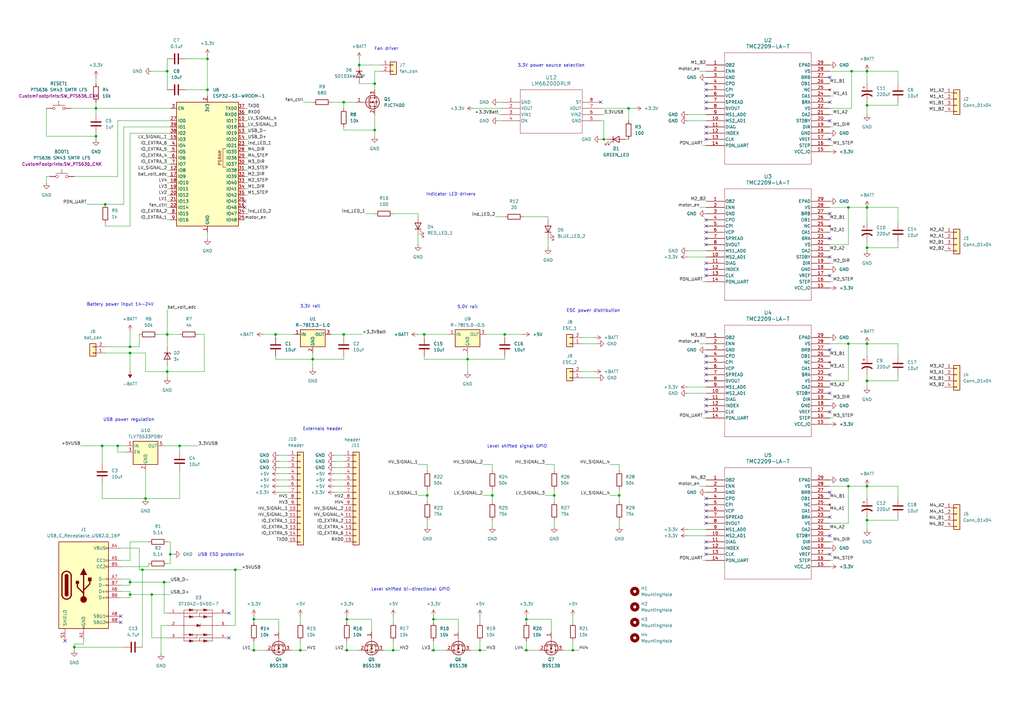
<source format=kicad_sch>
(kicad_sch (version 20231120) (generator "eeschema") (generator_version "8.0")
  (paper "A3")
  (junction (at 142.24 266.7))
  (junction (at 177.8 266.7))
  (junction (at 201.93 203.2))
  (junction (at 173.99 137.16))
  (junction (at 349.25 29.21))
  (junction (at 43.18 83.82))
  (junction (at 175.26 203.2))
  (junction (at 39.37 44.45))
  (junction (at 153.67 34.29))
  (junction (at 161.29 266.7))
  (junction (at 254 203.2))
  (junction (at 41.91 182.88))
  (junction (at 68.58 152.4))
  (junction (at 113.03 137.16))
  (junction (at 347.98 199.39))
  (junction (at 227.33 203.2))
  (junction (at 123.19 266.7))
  (junction (at 85.09 24.13))
  (junction (at 355.6 85.09))
  (junction (at 128.27 147.32))
  (junction (at 147.32 26.67))
  (junction (at 153.67 53.34))
  (junction (at 59.69 204.47))
  (junction (at 355.6 199.39))
  (junction (at 53.34 142.24))
  (junction (at 140.97 41.91))
  (junction (at 355.6 156.21))
  (junction (at 53.34 238.76))
  (junction (at 69.85 227.33))
  (junction (at 30.48 265.43))
  (junction (at 347.98 85.09))
  (junction (at 67.31 238.76))
  (junction (at 104.14 254))
  (junction (at 215.9 254))
  (junction (at 191.77 147.32))
  (junction (at 177.8 254))
  (junction (at 39.37 55.88))
  (junction (at 234.95 266.7))
  (junction (at 140.97 137.16))
  (junction (at 355.6 29.21))
  (junction (at 355.6 43.18))
  (junction (at 196.85 266.7))
  (junction (at 53.34 144.78))
  (junction (at 215.9 266.7))
  (junction (at 68.58 29.21))
  (junction (at 347.98 140.97))
  (junction (at 207.01 137.16))
  (junction (at 142.24 254))
  (junction (at 257.81 44.45))
  (junction (at 355.6 213.36))
  (junction (at 68.58 137.16))
  (junction (at 73.66 182.88))
  (junction (at 58.42 233.68))
  (junction (at 104.14 266.7))
  (junction (at 96.52 233.68))
  (junction (at 247.65 57.15))
  (junction (at 355.6 140.97))
  (junction (at 85.09 36.83))
  (junction (at 62.23 243.84))
  (junction (at 48.26 182.88))
  (junction (at 53.34 243.84))
  (junction (at 355.6 101.6))
  (no_connect (at 93.98 251.46))
  (no_connect (at 289.56 34.29))
  (no_connect (at 289.56 148.59))
  (no_connect (at 289.56 168.91))
  (no_connect (at 26.67 262.89))
  (no_connect (at 289.56 54.61))
  (no_connect (at 93.98 261.62))
  (no_connect (at 289.56 151.13))
  (no_connect (at 340.36 113.03))
  (no_connect (at 340.36 143.51))
  (no_connect (at 49.53 255.27))
  (no_connect (at 289.56 209.55))
  (no_connect (at 289.56 107.95))
  (no_connect (at 289.56 153.67))
  (no_connect (at 289.56 227.33))
  (no_connect (at 289.56 44.45))
  (no_connect (at 100.33 82.55))
  (no_connect (at 340.36 161.29))
  (no_connect (at 340.36 57.15))
  (no_connect (at 340.36 219.71))
  (no_connect (at 340.36 153.67))
  (no_connect (at 340.36 227.33))
  (no_connect (at 289.56 97.79))
  (no_connect (at 289.56 224.79))
  (no_connect (at 289.56 146.05))
  (no_connect (at 289.56 90.17))
  (no_connect (at 340.36 212.09))
  (no_connect (at 289.56 166.37))
  (no_connect (at 289.56 52.07))
  (no_connect (at 340.36 105.41))
  (no_connect (at 340.36 41.91))
  (no_connect (at 289.56 36.83))
  (no_connect (at 289.56 212.09))
  (no_connect (at 340.36 31.75))
  (no_connect (at 340.36 168.91))
  (no_connect (at 49.53 252.73))
  (no_connect (at 246.38 41.91))
  (no_connect (at 289.56 39.37))
  (no_connect (at 340.36 87.63))
  (no_connect (at 289.56 95.25))
  (no_connect (at 340.36 201.93))
  (no_connect (at 289.56 57.15))
  (no_connect (at 289.56 214.63))
  (no_connect (at 289.56 222.25))
  (no_connect (at 289.56 163.83))
  (no_connect (at 289.56 41.91))
  (no_connect (at 289.56 207.01))
  (no_connect (at 340.36 97.79))
  (no_connect (at 100.33 85.09))
  (no_connect (at 289.56 204.47))
  (no_connect (at 289.56 92.71))
  (no_connect (at 289.56 110.49))
  (no_connect (at 289.56 100.33))
  (no_connect (at 289.56 156.21))
  (no_connect (at 340.36 49.53))
  (no_connect (at 289.56 113.03))
  (wire (pts (xy 114.3 194.31) (xy 118.11 194.31)))
  (wire (pts (xy 123.19 266.7) (xy 125.73 266.7)))
  (wire (pts (xy 368.3 156.21) (xy 355.6 156.21)))
  (wire (pts (xy 171.45 96.52) (xy 171.45 100.33)))
  (wire (pts (xy 53.34 238.76) (xy 67.31 238.76)))
  (wire (pts (xy 347.98 100.33) (xy 340.36 100.33)))
  (wire (pts (xy 153.67 53.34) (xy 140.97 53.34)))
  (wire (pts (xy 113.03 147.32) (xy 113.03 146.05)))
  (wire (pts (xy 355.6 85.09) (xy 355.6 91.44)))
  (wire (pts (xy 68.58 87.63) (xy 69.85 87.63)))
  (wire (pts (xy 355.6 140.97) (xy 355.6 146.05)))
  (wire (pts (xy 53.34 222.25) (xy 60.96 222.25)))
  (wire (pts (xy 368.3 212.09) (xy 368.3 213.36)))
  (wire (pts (xy 140.97 147.32) (xy 140.97 146.05)))
  (wire (pts (xy 288.29 59.69) (xy 289.56 59.69)))
  (wire (pts (xy 368.3 213.36) (xy 355.6 213.36)))
  (wire (pts (xy 281.94 158.75) (xy 289.56 158.75)))
  (wire (pts (xy 101.6 64.77) (xy 100.33 64.77)))
  (wire (pts (xy 68.58 85.09) (xy 69.85 85.09)))
  (wire (pts (xy 101.6 54.61) (xy 100.33 54.61)))
  (wire (pts (xy 347.98 199.39) (xy 355.6 199.39)))
  (wire (pts (xy 57.15 137.16) (xy 57.15 142.24)))
  (wire (pts (xy 140.97 41.91) (xy 146.05 41.91)))
  (wire (pts (xy 104.14 262.89) (xy 104.14 266.7)))
  (wire (pts (xy 53.34 142.24) (xy 57.15 142.24)))
  (wire (pts (xy 201.93 190.5) (xy 201.93 193.04)))
  (wire (pts (xy 347.98 85.09) (xy 347.98 100.33)))
  (wire (pts (xy 68.58 137.16) (xy 68.58 142.24)))
  (wire (pts (xy 347.98 140.97) (xy 355.6 140.97)))
  (wire (pts (xy 368.3 43.18) (xy 368.3 41.91)))
  (wire (pts (xy 137.16 196.85) (xy 140.97 196.85)))
  (wire (pts (xy 226.06 254) (xy 226.06 259.08)))
  (wire (pts (xy 67.31 182.88) (xy 73.66 182.88)))
  (wire (pts (xy 39.37 55.88) (xy 19.05 55.88)))
  (wire (pts (xy 41.91 204.47) (xy 59.69 204.47)))
  (wire (pts (xy 215.9 266.7) (xy 220.98 266.7)))
  (wire (pts (xy 49.53 242.57) (xy 53.34 242.57)))
  (wire (pts (xy 223.52 190.5) (xy 227.33 190.5)))
  (wire (pts (xy 64.77 137.16) (xy 68.58 137.16)))
  (wire (pts (xy 224.79 97.79) (xy 224.79 101.6)))
  (wire (pts (xy 52.07 185.42) (xy 48.26 185.42)))
  (wire (pts (xy 68.58 24.13) (xy 68.58 29.21)))
  (wire (pts (xy 68.58 152.4) (xy 68.58 154.94)))
  (wire (pts (xy 101.6 77.47) (xy 100.33 77.47)))
  (wire (pts (xy 355.6 43.18) (xy 355.6 46.99)))
  (wire (pts (xy 114.3 201.93) (xy 118.11 201.93)))
  (wire (pts (xy 355.6 140.97) (xy 368.3 140.97)))
  (wire (pts (xy 128.27 147.32) (xy 140.97 147.32)))
  (wire (pts (xy 53.34 54.61) (xy 69.85 54.61)))
  (wire (pts (xy 234.95 262.89) (xy 234.95 266.7)))
  (wire (pts (xy 147.32 26.67) (xy 156.21 26.67)))
  (wire (pts (xy 19.05 72.39) (xy 19.05 74.93)))
  (wire (pts (xy 114.3 254) (xy 114.3 259.08)))
  (wire (pts (xy 137.16 201.93) (xy 140.97 201.93)))
  (wire (pts (xy 68.58 90.17) (xy 69.85 90.17)))
  (wire (pts (xy 149.86 87.63) (xy 153.67 87.63)))
  (wire (pts (xy 48.26 72.39) (xy 48.26 49.53)))
  (wire (pts (xy 30.48 264.16) (xy 34.29 264.16)))
  (wire (pts (xy 59.69 204.47) (xy 73.66 204.47)))
  (wire (pts (xy 341.63 52.07) (xy 340.36 52.07)))
  (wire (pts (xy 96.52 233.68) (xy 96.52 256.54)))
  (wire (pts (xy 341.63 171.45) (xy 340.36 171.45)))
  (wire (pts (xy 43.18 92.71) (xy 53.34 92.71)))
  (wire (pts (xy 175.26 203.2) (xy 175.26 205.74)))
  (wire (pts (xy 53.34 243.84) (xy 62.23 243.84)))
  (wire (pts (xy 171.45 137.16) (xy 173.99 137.16)))
  (wire (pts (xy 173.99 146.05) (xy 173.99 147.32)))
  (wire (pts (xy 104.14 266.7) (xy 109.22 266.7)))
  (wire (pts (xy 101.6 44.45) (xy 100.33 44.45)))
  (wire (pts (xy 238.76 140.97) (xy 245.11 140.97)))
  (wire (pts (xy 281.94 219.71) (xy 289.56 219.71)))
  (wire (pts (xy 341.63 107.95) (xy 340.36 107.95)))
  (wire (pts (xy 355.6 29.21) (xy 368.3 29.21)))
  (wire (pts (xy 113.03 147.32) (xy 128.27 147.32)))
  (wire (pts (xy 349.25 29.21) (xy 349.25 44.45)))
  (wire (pts (xy 53.34 229.87) (xy 53.34 222.25)))
  (wire (pts (xy 68.58 77.47) (xy 69.85 77.47)))
  (wire (pts (xy 198.12 203.2) (xy 201.93 203.2)))
  (wire (pts (xy 73.66 182.88) (xy 81.28 182.88)))
  (wire (pts (xy 43.18 91.44) (xy 43.18 92.71)))
  (wire (pts (xy 128.27 147.32) (xy 128.27 151.13)))
  (wire (pts (xy 101.6 46.99) (xy 100.33 46.99)))
  (wire (pts (xy 215.9 254) (xy 215.9 255.27)))
  (wire (pts (xy 355.6 212.09) (xy 355.6 213.36)))
  (wire (pts (xy 257.81 44.45) (xy 246.38 44.45)))
  (wire (pts (xy 214.63 88.9) (xy 224.79 88.9)))
  (wire (pts (xy 288.29 115.57) (xy 289.56 115.57)))
  (wire (pts (xy 140.97 266.7) (xy 142.24 266.7)))
  (wire (pts (xy 257.81 44.45) (xy 257.81 49.53)))
  (wire (pts (xy 171.45 190.5) (xy 175.26 190.5)))
  (wire (pts (xy 355.6 153.67) (xy 355.6 156.21)))
  (wire (pts (xy 19.05 72.39) (xy 20.32 72.39)))
  (wire (pts (xy 68.58 29.21) (xy 68.58 36.83)))
  (wire (pts (xy 49.53 237.49) (xy 53.34 237.49)))
  (wire (pts (xy 68.58 137.16) (xy 73.66 137.16)))
  (wire (pts (xy 196.85 262.89) (xy 196.85 266.7)))
  (wire (pts (xy 287.02 140.97) (xy 289.56 140.97)))
  (wire (pts (xy 101.6 72.39) (xy 100.33 72.39)))
  (wire (pts (xy 30.48 265.43) (xy 30.48 266.7)))
  (wire (pts (xy 201.93 203.2) (xy 201.93 205.74)))
  (wire (pts (xy 43.18 142.24) (xy 53.34 142.24)))
  (wire (pts (xy 355.6 41.91) (xy 355.6 43.18)))
  (wire (pts (xy 140.97 41.91) (xy 140.97 44.45)))
  (wire (pts (xy 288.29 171.45) (xy 289.56 171.45)))
  (wire (pts (xy 355.6 199.39) (xy 368.3 199.39)))
  (wire (pts (xy 68.58 59.69) (xy 69.85 59.69)))
  (wire (pts (xy 161.29 262.89) (xy 161.29 266.7)))
  (wire (pts (xy 355.6 101.6) (xy 355.6 102.87)))
  (wire (pts (xy 341.63 39.37) (xy 340.36 39.37)))
  (wire (pts (xy 83.82 137.16) (xy 83.82 152.4)))
  (wire (pts (xy 260.35 44.45) (xy 257.81 44.45)))
  (wire (pts (xy 173.99 138.43) (xy 173.99 137.16)))
  (wire (pts (xy 238.76 152.4) (xy 243.84 152.4)))
  (wire (pts (xy 49.53 229.87) (xy 53.34 229.87)))
  (wire (pts (xy 128.27 144.78) (xy 128.27 147.32)))
  (wire (pts (xy 281.94 161.29) (xy 289.56 161.29)))
  (wire (pts (xy 96.52 233.68) (xy 99.06 233.68)))
  (wire (pts (xy 142.24 262.89) (xy 142.24 266.7)))
  (wire (pts (xy 347.98 140.97) (xy 347.98 156.21)))
  (wire (pts (xy 247.65 46.99) (xy 246.38 46.99)))
  (wire (pts (xy 101.6 80.01) (xy 100.33 80.01)))
  (wire (pts (xy 177.8 252.73) (xy 177.8 254)))
  (wire (pts (xy 69.85 227.33) (xy 69.85 222.25)))
  (wire (pts (xy 347.98 199.39) (xy 347.98 214.63)))
  (wire (pts (xy 156.21 29.21) (xy 153.67 29.21)))
  (wire (pts (xy 288.29 229.87) (xy 289.56 229.87)))
  (wire (pts (xy 238.76 138.43) (xy 243.84 138.43)))
  (wire (pts (xy 153.67 46.99) (xy 153.67 53.34)))
  (wire (pts (xy 281.94 46.99) (xy 289.56 46.99)))
  (wire (pts (xy 68.58 67.31) (xy 69.85 67.31)))
  (wire (pts (xy 85.09 97.79) (xy 85.09 95.25)))
  (wire (pts (xy 175.26 213.36) (xy 175.26 215.9)))
  (wire (pts (xy 227.33 203.2) (xy 227.33 205.74)))
  (wire (pts (xy 30.48 72.39) (xy 48.26 72.39)))
  (wire (pts (xy 177.8 254) (xy 187.96 254)))
  (wire (pts (xy 147.32 24.13) (xy 147.32 26.67)))
  (wire (pts (xy 140.97 137.16) (xy 148.59 137.16)))
  (wire (pts (xy 147.32 34.29) (xy 153.67 34.29)))
  (wire (pts (xy 204.47 49.53) (xy 205.74 49.53)))
  (wire (pts (xy 59.69 152.4) (xy 59.69 144.78)))
  (wire (pts (xy 53.34 240.03) (xy 49.53 240.03)))
  (wire (pts (xy 58.42 265.43) (xy 58.42 233.68)))
  (wire (pts (xy 135.89 41.91) (xy 140.97 41.91)))
  (wire (pts (xy 68.58 80.01) (xy 69.85 80.01)))
  (wire (pts (xy 53.34 242.57) (xy 53.34 243.84)))
  (wire (pts (xy 142.24 254) (xy 142.24 255.27)))
  (wire (pts (xy 281.94 102.87) (xy 289.56 102.87)))
  (wire (pts (xy 234.95 266.7) (xy 237.49 266.7)))
  (wire (pts (xy 347.98 156.21) (xy 340.36 156.21)))
  (wire (pts (xy 224.79 88.9) (xy 224.79 90.17)))
  (wire (pts (xy 48.26 49.53) (xy 69.85 49.53)))
  (wire (pts (xy 142.24 266.7) (xy 147.32 266.7)))
  (wire (pts (xy 101.6 52.07) (xy 100.33 52.07)))
  (wire (pts (xy 355.6 213.36) (xy 355.6 217.17)))
  (wire (pts (xy 171.45 87.63) (xy 171.45 88.9)))
  (wire (pts (xy 34.29 264.16) (xy 34.29 262.89)))
  (wire (pts (xy 68.58 57.15) (xy 69.85 57.15)))
  (wire (pts (xy 137.16 199.39) (xy 140.97 199.39)))
  (wire (pts (xy 161.29 266.7) (xy 157.48 266.7)))
  (wire (pts (xy 39.37 41.91) (xy 39.37 44.45)))
  (wire (pts (xy 254 213.36) (xy 254 215.9)))
  (wire (pts (xy 135.89 137.16) (xy 140.97 137.16)))
  (wire (pts (xy 39.37 54.61) (xy 39.37 55.88)))
  (wire (pts (xy 247.65 57.15) (xy 247.65 49.53)))
  (wire (pts (xy 137.16 191.77) (xy 140.97 191.77)))
  (wire (pts (xy 173.99 147.32) (xy 191.77 147.32)))
  (wire (pts (xy 85.09 24.13) (xy 85.09 36.83)))
  (wire (pts (xy 53.34 238.76) (xy 53.34 240.03)))
  (wire (pts (xy 68.58 256.54) (xy 66.04 256.54)))
  (wire (pts (xy 53.34 245.11) (xy 49.53 245.11)))
  (wire (pts (xy 48.26 185.42) (xy 48.26 182.88)))
  (wire (pts (xy 66.04 256.54) (xy 66.04 267.97)))
  (wire (pts (xy 57.15 233.68) (xy 57.15 224.79)))
  (wire (pts (xy 191.77 144.78) (xy 191.77 147.32)))
  (wire (pts (xy 234.95 266.7) (xy 231.14 266.7)))
  (wire (pts (xy 250.19 190.5) (xy 254 190.5)))
  (wire (pts (xy 227.33 190.5) (xy 227.33 193.04)))
  (wire (pts (xy 140.97 53.34) (xy 140.97 52.07)))
  (wire (pts (xy 113.03 137.16) (xy 120.65 137.16)))
  (wire (pts (xy 69.85 227.33) (xy 71.12 227.33)))
  (wire (pts (xy 355.6 99.06) (xy 355.6 101.6)))
  (wire (pts (xy 81.28 137.16) (xy 83.82 137.16)))
  (wire (pts (xy 137.16 189.23) (xy 140.97 189.23)))
  (wire (pts (xy 53.34 237.49) (xy 53.34 238.76)))
  (wire (pts (xy 196.85 252.73) (xy 196.85 255.27)))
  (wire (pts (xy 247.65 57.15) (xy 248.92 57.15)))
  (wire (pts (xy 39.37 31.75) (xy 39.37 34.29)))
  (wire (pts (xy 355.6 156.21) (xy 355.6 158.75)))
  (wire (pts (xy 43.18 83.82) (xy 35.56 83.82)))
  (wire (pts (xy 196.85 266.7) (xy 193.04 266.7)))
  (wire (pts (xy 68.58 64.77) (xy 69.85 64.77)))
  (wire (pts (xy 191.77 147.32) (xy 207.01 147.32)))
  (wire (pts (xy 104.14 252.73) (xy 104.14 254)))
  (wire (pts (xy 142.24 252.73) (xy 142.24 254)))
  (wire (pts (xy 204.47 41.91) (xy 205.74 41.91)))
  (wire (pts (xy 368.3 29.21) (xy 368.3 34.29)))
  (wire (pts (xy 124.46 41.91) (xy 128.27 41.91)))
  (wire (pts (xy 368.3 153.67) (xy 368.3 156.21)))
  (wire (pts (xy 67.31 238.76) (xy 69.85 238.76)))
  (wire (pts (xy 49.53 232.41) (xy 60.96 232.41)))
  (wire (pts (xy 39.37 44.45) (xy 69.85 44.45)))
  (wire (pts (xy 254 200.66) (xy 254 203.2)))
  (wire (pts (xy 19.05 44.45) (xy 19.05 55.88)))
  (wire (pts (xy 234.95 252.73) (xy 234.95 255.27)))
  (wire (pts (xy 256.54 57.15) (xy 257.81 57.15)))
  (wire (pts (xy 341.63 46.99) (xy 340.36 46.99)))
  (wire (pts (xy 68.58 251.46) (xy 67.31 251.46)))
  (wire (pts (xy 73.66 182.88) (xy 73.66 185.42)))
  (wire (pts (xy 215.9 254) (xy 226.06 254)))
  (wire (pts (xy 161.29 252.73) (xy 161.29 255.27)))
  (wire (pts (xy 207.01 147.32) (xy 207.01 146.05)))
  (wire (pts (xy 101.6 74.93) (xy 100.33 74.93)))
  (wire (pts (xy 171.45 203.2) (xy 175.26 203.2)))
  (wire (pts (xy 201.93 213.36) (xy 201.93 215.9)))
  (wire (pts (xy 287.02 29.21) (xy 289.56 29.21)))
  (wire (pts (xy 161.29 87.63) (xy 171.45 87.63)))
  (wire (pts (xy 101.6 59.69) (xy 100.33 59.69)))
  (wire (pts (xy 368.3 99.06) (xy 368.3 101.6)))
  (wire (pts (xy 101.6 87.63) (xy 100.33 87.63)))
  (wire (pts (xy 59.69 144.78) (xy 53.34 144.78)))
  (wire (pts (xy 153.67 53.34) (xy 153.67 55.88)))
  (wire (pts (xy 177.8 262.89) (xy 177.8 266.7)))
  (wire (pts (xy 73.66 193.04) (xy 73.66 204.47)))
  (wire (pts (xy 68.58 69.85) (xy 69.85 69.85)))
  (wire (pts (xy 68.58 62.23) (xy 69.85 62.23)))
  (wire (pts (xy 85.09 36.83) (xy 85.09 39.37)))
  (wire (pts (xy 177.8 254) (xy 177.8 255.27)))
  (wire (pts (xy 101.6 49.53) (xy 100.33 49.53)))
  (wire (pts (xy 76.2 24.13) (xy 85.09 24.13)))
  (wire (pts (xy 254 203.2) (xy 254 205.74)))
  (wire (pts (xy 247.65 49.53) (xy 246.38 49.53)))
  (wire (pts (xy 96.52 256.54) (xy 93.98 256.54)))
  (wire (pts (xy 198.12 190.5) (xy 201.93 190.5)))
  (wire (pts (xy 101.6 57.15) (xy 100.33 57.15)))
  (wire (pts (xy 114.3 191.77) (xy 118.11 191.77)))
  (wire (pts (xy 114.3 186.69) (xy 118.11 186.69)))
  (wire (pts (xy 101.6 62.23) (xy 100.33 62.23)))
  (wire (pts (xy 250.19 203.2) (xy 254 203.2)))
  (wire (pts (xy 60.96 232.41) (xy 60.96 231.14)))
  (wire (pts (xy 287.02 199.39) (xy 289.56 199.39)))
  (wire (pts (xy 340.36 85.09) (xy 347.98 85.09)))
  (wire (pts (xy 68.58 261.62) (xy 62.23 261.62)))
  (wire (pts (xy 341.63 229.87) (xy 340.36 229.87)))
  (wire (pts (xy 173.99 137.16) (xy 184.15 137.16)))
  (wire (pts (xy 349.25 44.45) (xy 340.36 44.45)))
  (wire (pts (xy 104.14 254) (xy 114.3 254)))
  (wire (pts (xy 101.6 67.31) (xy 100.33 67.31)))
  (wire (pts (xy 68.58 127) (xy 68.58 137.16)))
  (wire (pts (xy 68.58 82.55) (xy 69.85 82.55)))
  (wire (pts (xy 341.63 115.57) (xy 340.36 115.57)))
  (wire (pts (xy 59.69 193.04) (xy 59.69 204.47)))
  (wire (pts (xy 161.29 266.7) (xy 163.83 266.7)))
  (wire (pts (xy 85.09 22.86) (xy 85.09 24.13)))
  (wire (pts (xy 177.8 266.7) (xy 182.88 266.7)))
  (wire (pts (xy 50.8 83.82) (xy 50.8 52.07)))
  (wire (pts (xy 349.25 29.21) (xy 355.6 29.21)))
  (wire (pts (xy 203.2 88.9) (xy 207.01 88.9)))
  (wire (pts (xy 29.21 44.45) (xy 39.37 44.45)))
  (wire (pts (xy 68.58 231.14) (xy 69.85 231.14)))
  (wire (pts (xy 48.26 182.88) (xy 52.07 182.88)))
  (wire (pts (xy 214.63 266.7) (xy 215.9 266.7)))
  (wire (pts (xy 152.4 254) (xy 152.4 259.08)))
  (wire (pts (xy 238.76 154.94) (xy 245.11 154.94)))
  (wire (pts (xy 142.24 254) (xy 152.4 254)))
  (wire (pts (xy 33.02 182.88) (xy 41.91 182.88)))
  (wire (pts (xy 123.19 262.89) (xy 123.19 266.7)))
  (wire (pts (xy 341.63 59.69) (xy 340.36 59.69)))
  (wire (pts (xy 254 190.5) (xy 254 193.04)))
  (wire (pts (xy 281.94 105.41) (xy 289.56 105.41)))
  (wire (pts (xy 199.39 137.16) (xy 207.01 137.16)))
  (wire (pts (xy 341.63 163.83) (xy 340.36 163.83)))
  (wire (pts (xy 69.85 231.14) (xy 69.85 227.33)))
  (wire (pts (xy 41.91 182.88) (xy 41.91 190.5)))
  (wire (pts (xy 175.26 200.66) (xy 175.26 203.2)))
  (wire (pts (xy 223.52 203.2) (xy 227.33 203.2)))
  (wire (pts (xy 53.34 243.84) (xy 53.34 245.11)))
  (wire (pts (xy 68.58 152.4) (xy 83.82 152.4)))
  (wire (pts (xy 176.53 266.7) (xy 177.8 266.7)))
  (wire (pts (xy 43.18 144.78) (xy 53.34 144.78)))
  (wire (pts (xy 104.14 254) (xy 104.14 255.27)))
  (wire (pts (xy 68.58 149.86) (xy 68.58 152.4)))
  (wire (pts (xy 196.85 266.7) (xy 199.39 266.7)))
  (wire (pts (xy 39.37 55.88) (xy 39.37 57.15)))
  (wire (pts (xy 114.3 196.85) (xy 118.11 196.85)))
  (wire (pts (xy 76.2 36.83) (xy 85.09 36.83)))
  (wire (pts (xy 107.95 137.16) (xy 113.03 137.16)))
  (wire (pts (xy 59.69 152.4) (xy 68.58 152.4)))
  (wire (pts (xy 68.58 74.93) (xy 69.85 74.93)))
  (wire (pts (xy 62.23 243.84) (xy 69.85 243.84)))
  (wire (pts (xy 355.6 85.09) (xy 368.3 85.09)))
  (wire (pts (xy 194.31 44.45) (xy 205.74 44.45)))
  (wire (pts (xy 137.16 194.31) (xy 140.97 194.31)))
  (wire (pts (xy 355.6 43.18) (xy 368.3 43.18)))
  (wire (pts (xy 347.98 85.09) (xy 355.6 85.09)))
  (wire (pts (xy 368.3 101.6) (xy 355.6 101.6)))
  (wire (pts (xy 227.33 213.36) (xy 227.33 215.9)))
  (wire (pts (xy 53.34 92.71) (xy 53.34 54.61)))
  (wire (pts (xy 368.3 140.97) (xy 368.3 146.05)))
  (wire (pts (xy 62.23 243.84) (xy 62.23 261.62)))
  (wire (pts (xy 281.94 217.17) (xy 289.56 217.17)))
  (wire (pts (xy 53.34 144.78) (xy 53.34 152.4)))
  (wire (pts (xy 368.3 199.39) (xy 368.3 204.47)))
  (wire (pts (xy 341.63 222.25) (xy 340.36 222.25)))
  (wire (pts (xy 227.33 200.66) (xy 227.33 203.2)))
  (wire (pts (xy 340.36 140.97) (xy 347.98 140.97)))
  (wire (pts (xy 368.3 85.09) (xy 368.3 91.44)))
  (wire (pts (xy 281.94 49.53) (xy 289.56 49.53)))
  (wire (pts (xy 347.98 214.63) (xy 340.36 214.63)))
  (wire (pts (xy 41.91 198.12) (xy 41.91 204.47)))
  (wire (pts (xy 215.9 252.73) (xy 215.9 254)))
  (wire (pts (xy 246.38 57.15) (xy 247.65 57.15)))
  (wire (pts (xy 355.6 199.39) (xy 355.6 204.47)))
  (wire (pts (xy 207.01 137.16) (xy 207.01 138.43)))
  (wire (pts (xy 101.6 69.85) (xy 100.33 69.85)))
  (wire (pts (xy 287.02 85.09) (xy 289.56 85.09)))
  (wire (pts (xy 57.15 233.68) (xy 58.42 233.68)))
  (wire (pts (xy 50.8 52.07) (xy 69.85 52.07)))
  (wire (pts (xy 187.96 254) (xy 187.96 259.08)))
  (wire (pts (xy 69.85 222.25) (xy 68.58 222.25)))
  (wire (pts (xy 207.01 137.16) (xy 214.63 137.16)))
  (wire (pts (xy 114.3 189.23) (xy 118.11 189.23)))
  (wire (pts (xy 30.48 264.16) (xy 30.48 265.43)))
  (wire (pts (xy 123.19 252.73) (xy 123.19 255.27)))
  (wire (pts (xy 191.77 147.32) (xy 191.77 152.4)))
  (wire (pts (xy 355.6 29.21) (xy 355.6 34.29)))
  (wire (pts (xy 201.93 200.66) (xy 201.93 203.2)))
  (wire (pts (xy 215.9 262.89) (xy 215.9 266.7)))
  (wire (pts (xy 67.31 238.76) (xy 67.31 251.46)))
  (wire (pts (xy 153.67 29.21) (xy 153.67 34.29)))
  (wire (pts (xy 41.91 182.88) (xy 48.26 182.88)))
  (wire (pts (xy 58.42 233.68) (xy 96.52 233.68)))
  (wire (pts (xy 113.03 138.43) (xy 113.03 137.16)))
  (wire (pts (xy 140.97 138.43) (xy 140.97 137.16)))
  (wire (pts (xy 102.87 266.7) (xy 104.14 266.7)))
  (wire (pts (xy 62.23 29.21) (xy 68.58 29.21)))
  (wire (pts (xy 175.26 190.5) (xy 175.26 193.04)))
  (wire (pts (xy 114.3 199.39) (xy 118.11 199.39)))
  (wire (pts (xy 30.48 265.43) (xy 50.8 265.43)))
  (wire (pts (xy 39.37 44.45) (xy 39.37 46.99)))
  (wire (pts (xy 68.58 72.39) (xy 69.85 72.39)))
  (wire (pts (xy 57.15 224.79) (xy 49.53 224.79)))
  (wire (pts (xy 340.36 199.39) (xy 347.98 199.39)))
  (wire (pts (xy 53.34 135.89) (xy 53.34 142.24)))
  (wire (pts (xy 204.47 46.99) (xy 205.74 46.99)))
  (wire (pts (xy 137.16 186.69) (xy 140.97 186.69)))
  (wire (pts (xy 153.67 34.29) (xy 153.67 36.83)))
  (wire (pts (xy 123.19 266.7) (xy 119.38 266.7)))
  (wire (pts (xy 43.18 83.82) (xy 50.8 83.82)))
  (wire (pts (xy 340.36 29.21) (xy 349.25 29.21)))
  (text "3.3V power source selection" (at 226.06 26.924 0) (effects (font (size 1.27 1.27))))
  (text "3.3V rail" (at 127.254 125.73 0) (effects (font (size 1.27 1.27))))
  (text "Fan driver" (at 158.496 20.066 0) (effects (font (size 1.27 1.27))))
  (text "ESC power distribution" (at 243.332 127.508 0) (effects (font (size 1.27 1.27))))
  (text "USB ESD protection" (at 90.678 227.584 0) (effects (font (size 1.27 1.27))))
  (text "Level shifted signal GPIO" (at 212.09 183.134 0) (effects (font (size 1.27 1.27))))
  (text "Indicator LED drivers" (at 184.912 79.756 0) (effects (font (size 1.27 1.27))))
  (text "5.0V rail" (at 191.77 125.984 0) (effects (font (size 1.27 1.27))))
  (text "Level shifted bi-directional GPIO" (at 168.402 241.808 0) (effects (font (size 1.27 1.27))))
  (text "Battery power input 14-24V" (at 49.276 124.968 0) (effects (font (size 1.27 1.27))))
  (text "Externals header" (at 132.334 176.022 0) (effects (font (size 1.27 1.27))))
  (text "USB power regulation" (at 52.832 172.212 0) (effects (font (size 1.27 1.27))))
  (label "IO_EXTRA_3" (at 118.11 217.17 180))
  (label "M1_A2" (at 341.63 46.99 0))
  (label "LV4" (at 214.63 266.7 180))
  (label "M3_A1" (at 340.36 151.13 0))
  (label "IO_EXTRA_5" (at 118.11 219.71 180))
  (label "LV1" (at 102.87 266.7 180))
  (label "USB_D-" (at 101.6 54.61 0))
  (label "HV4" (at 237.49 266.7 0))
  (label "LV_SIGNAL_1" (at 68.58 57.15 180))
  (label "M3_A2" (at 387.35 151.13 180))
  (label "M2_B1" (at 340.36 90.17 0))
  (label "M2_A2" (at 387.35 95.25 180))
  (label "M4_DIR" (at 341.63 222.25 0))
  (label "TXD0" (at 101.6 44.45 0))
  (label "IO_EXTRA_4" (at 68.58 64.77 180))
  (label "M1_A1" (at 387.35 40.64 180))
  (label "+5VUSB" (at 99.06 233.68 0))
  (label "HV3" (at 118.11 207.01 180))
  (label "LV2" (at 68.58 80.01 180))
  (label "M4_A1" (at 340.36 209.55 0))
  (label "motor_en" (at 287.02 29.21 180))
  (label "LV3" (at 176.53 266.7 180))
  (label "IO_EXTRA_3" (at 68.58 67.31 180))
  (label "M2_A2" (at 340.36 102.87 0))
  (label "M2_B2" (at 387.35 102.87 180))
  (label "M2_B1" (at 387.35 100.33 180))
  (label "LV_SIGNAL_4" (at 250.19 203.2 180))
  (label "RXD0" (at 101.6 46.99 0))
  (label "M3_DIR" (at 341.63 163.83 0))
  (label "HV2" (at 163.83 266.7 0))
  (label "M1_B1" (at 340.36 34.29 0))
  (label "M1_STEP" (at 101.6 80.01 0))
  (label "PDN_UART" (at 288.29 115.57 180))
  (label "M3_DIR" (at 101.6 67.31 0))
  (label "IO_EXTRA_1" (at 68.58 90.17 180))
  (label "IO_EXTRA_6" (at 68.58 59.69 180))
  (label "M4_A2" (at 340.36 217.17 0))
  (label "M4_STEP" (at 341.63 229.87 0))
  (label "HV_SIGNAL_3" (at 223.52 190.5 180))
  (label "M4_B2" (at 387.35 215.9 180))
  (label "USB_D-" (at 69.85 238.76 0))
  (label "LV_SIGNAL_1" (at 171.45 203.2 180))
  (label "LV2" (at 140.97 266.7 180))
  (label "3.3VUSB" (at 247.65 46.99 0))
  (label "motor_en" (at 287.02 199.39 180))
  (label "HV1" (at 125.73 266.7 0))
  (label "M1_DIR" (at 341.63 52.07 0))
  (label "+3.3VBatt" (at 204.47 46.99 180))
  (label "M4_B1" (at 340.36 204.47 0))
  (label "USB_D+" (at 101.6 57.15 0))
  (label "+5VUSB" (at 33.02 182.88 180))
  (label "LV_SIGNAL_3" (at 101.6 52.07 0))
  (label "M1_B2" (at 387.35 45.72 180))
  (label "RXD0" (at 140.97 222.25 180))
  (label "HV3" (at 199.39 266.7 0))
  (label "fan_ctrl" (at 124.46 41.91 180))
  (label "M3_STEP" (at 341.63 171.45 0))
  (label "IO_EXTRA_1" (at 118.11 214.63 180))
  (label "M2_B2" (at 289.56 82.55 180))
  (label "M4_A1" (at 387.35 210.82 180))
  (label "3.3VUSB" (at 81.28 182.88 0))
  (label "LV_SIGNAL_3" (at 223.52 203.2 180))
  (label "PDN_UART" (at 288.29 59.69 180))
  (label "M4_B1" (at 387.35 213.36 180))
  (label "motor_en" (at 287.02 140.97 180))
  (label "M4_B2" (at 289.56 196.85 180))
  (label "LV1" (at 68.58 82.55 180))
  (label "ind_LED_1" (at 149.86 87.63 180))
  (label "M2_A1" (at 387.35 97.79 180))
  (label "IO_EXTRA_2" (at 68.58 87.63 180))
  (label "M1_A1" (at 341.63 39.37 0))
  (label "M1_B2" (at 289.56 26.67 180))
  (label "M3_STEP" (at 101.6 69.85 0))
  (label "LV4" (at 68.58 74.93 180))
  (label "HV_SIGNAL_4" (at 140.97 212.09 180))
  (label "HV1" (at 118.11 204.47 180))
  (label "M3_A2" (at 340.36 158.75 0))
  (label "PDN_UART" (at 288.29 229.87 180))
  (label "M3_B2" (at 289.56 138.43 180))
  (label "PDN_UART" (at 288.29 171.45 180))
  (label "M4_DIR" (at 101.6 62.23 0))
  (label "IO_EXTRA_5" (at 68.58 62.23 180))
  (label "M2_DIR" (at 341.63 107.95 0))
  (label "M3_B1" (at 387.35 156.21 180))
  (label "M3_B2" (at 387.35 158.75 180))
  (label "M1_B1" (at 387.35 43.18 180))
  (label "M2_A1" (at 340.36 95.25 0))
  (label "LV_SIGNAL_2" (at 68.58 69.85 180))
  (label "fan_ctrl" (at 68.58 85.09 180))
  (label "bat_volt_adc" (at 68.58 127 0))
  (label "M4_A2" (at 387.35 208.28 180))
  (label "ind_LED_1" (at 101.6 59.69 0))
  (label "IO_EXTRA_4" (at 140.97 217.17 180))
  (label "HV_SIGNAL_3" (at 118.11 212.09 180))
  (label "TXD0" (at 118.11 222.25 180))
  (label "M2_STEP" (at 341.63 115.57 0))
  (label "LV_SIGNAL_4" (at 101.6 49.53 0))
  (label "M2_STEP" (at 101.6 74.93 0))
  (label "LV3" (at 68.58 77.47 180))
  (label "motor_en" (at 287.02 85.09 180))
  (label "HV_SIGNAL_2" (at 140.97 209.55 180))
  (label "M1_STEP" (at 341.63 59.69 0))
  (label "HV4" (at 140.97 207.01 180))
  (label "IO_EXTRA_2" (at 140.97 214.63 180))
  (label "M1_DIR" (at 101.6 77.47 0))
  (label "HV2" (at 140.97 204.47 180))
  (label "HV_SIGNAL_1" (at 118.11 209.55 180))
  (label "M1_A2" (at 387.35 38.1 180))
  (label "+3.3VBatt" (at 148.59 137.16 0))
  (label "HV_SIGNAL_1" (at 171.45 190.5 180))
  (label "M4_STEP" (at 101.6 64.77 0))
  (label "bat_volt_adc" (at 68.58 72.39 180))
  (label "ind_LED_2" (at 203.2 88.9 180))
  (label "HV_SIGNAL_2" (at 198.12 190.5 180))
  (label "motor_en" (at 100.33 90.17 0))
  (label "PDN_UART" (at 35.56 83.82 180))
  (label "USB_D+" (at 69.85 243.84 0))
  (label "M3_A1" (at 387.35 153.67 180))
  (label "LV_SIGNAL_2" (at 198.12 203.2 180))
  (label "ind_LED_2" (at 101.6 87.63 0))
  (label "HV_SIGNAL_4" (at 250.19 190.5 180))
  (label "IO_EXTRA_6" (at 140.97 219.71 180))
  (label "M2_DIR" (at 101.6 72.39 0))
  (label "M3_B1" (at 340.36 146.05 0))
  (symbol (lib_id "Connector_Generic:Conn_01x04") (at 392.43 40.64 0) (unit 1)
    (property "Reference" "J2" (at 394.97 40.6399 0) (effects (justify left)))
    (property "Value" "Conn_01x04" (at 394.97 43.1799 0) (effects (justify left)))
    (property "Footprint" "Connector_JST:JST_XH_B4B-XH-A_1x04_P2.50mm_Vertical" (effects (hide yes)))
    (property "Description" "Generic connector, single row, 01x04, script generated (kicad-library-utils/schlib/autogen/connector/)" (effects (hide yes)))
  )
  (symbol (lib_id "Device:LED") (at 171.45 92.71 90) (unit 1)
    (property "Reference" "D4" (at 175.26 93.0274 90) (effects (justify right)))
    (property "Value" "RED_LED_1" (at 175.26 95.5674 90) (effects (justify right)))
    (property "Footprint" "LED_SMD:LED_0805_2012Metric" (effects (hide yes)))
    (property "Description" "Light emitting diode" (effects (hide yes)))
  )
  (symbol (lib_id "Mechanical:MountingHole") (at 260.35 242.57 0) (unit 1) (exclude_from_sim yes) (in_bom no)
    (property "Reference" "H1" (at 262.89 241.2999 0) (effects (justify left)))
    (property "Value" "MountingHole" (at 262.89 243.8399 0) (effects (justify left)))
    (property "Footprint" "MountingHole:MountingHole_3.2mm_M3_Pad_TopBottom" (effects (hide yes)))
    (property "Description" "Mounting Hole without connection" (effects (hide yes)))
  )
  (symbol (lib_id "power:GND") (at 281.94 102.87 270) (unit 1)
    (property "Reference" "#PWR020" (effects (hide yes)))
    (property "Value" "GND" (at 278.13 102.8699 90) (effects (justify right)))
    (property "Description" "Power symbol creates a global label with name \"GND\" , ground" (effects (hide yes)))
  )
  (symbol (lib_id "power:+3.3V") (at 340.36 232.41 270) (unit 1)
    (property "Reference" "#PWR017" (effects (hide yes)))
    (property "Value" "+3.3V" (at 344.17 232.4099 90) (effects (justify left)))
    (property "Description" "Power symbol creates a global label with name \"+3.3V\"" (effects (hide yes)))
  )
  (symbol (lib_id "power:GND") (at 114.3 191.77 270) (unit 1)
    (property "Reference" "#PWR067" (effects (hide yes)))
    (property "Value" "GND" (at 110.49 191.7699 90) (effects (justify right)))
    (property "Description" "Power symbol creates a global label with name \"GND\" , ground" (effects (hide yes)))
  )
  (symbol (lib_id "Mechanical:MountingHole") (at 260.35 261.62 0) (unit 1) (exclude_from_sim yes) (in_bom no)
    (property "Reference" "H4" (at 262.89 260.3499 0) (effects (justify left)))
    (property "Value" "MountingHole" (at 262.89 262.8899 0) (effects (justify left)))
    (property "Footprint" "MountingHole:MountingHole_3.2mm_M3_Pad_TopBottom" (effects (hide yes)))
    (property "Description" "Mounting Hole without connection" (effects (hide yes)))
  )
  (symbol (lib_id "power:GND") (at 340.36 224.79 90) (unit 1)
    (property "Reference" "#PWR010" (effects (hide yes)))
    (property "Value" "GND" (at 344.17 224.7899 90) (effects (justify right)))
    (property "Description" "Power symbol creates a global label with name \"GND\" , ground" (effects (hide yes)))
  )
  (symbol (lib_id "Device:R") (at 210.82 88.9 90) (unit 1)
    (property "Reference" "R12" (at 210.82 82.55 90))
    (property "Value" "20" (at 210.82 85.09 90))
    (property "Footprint" "Resistor_SMD:R_0805_2012Metric" (effects (hide yes)))
    (property "Description" "Resistor" (effects (hide yes)))
  )
  (symbol (lib_id "power:GND") (at 191.77 152.4 0) (unit 1)
    (property "Reference" "#PWR052" (effects (hide yes)))
    (property "Value" "GND" (at 191.77 157.48 0))
    (property "Description" "Power symbol creates a global label with name \"GND\" , ground" (effects (hide yes)))
  )
  (symbol (lib_id "power:GND") (at 39.37 57.15 0) (unit 1)
    (property "Reference" "#PWR035" (effects (hide yes)))
    (property "Value" "GND" (at 39.37 62.23 0))
    (property "Description" "Power symbol creates a global label with name \"GND\" , ground" (effects (hide yes)))
  )
  (symbol (lib_id "Device:C") (at 368.3 208.28 180) (unit 1)
    (property "Reference" "C18" (at 372.11 207.0099 0) (effects (justify right)))
    (property "Value" "10uf" (at 372.11 209.5499 0) (effects (justify right)))
    (property "Footprint" "Capacitor_SMD:C_0805_2012Metric" (effects (hide yes)))
    (property "Description" "Unpolarized capacitor" (effects (hide yes)))
  )
  (symbol (lib_id "power:GND") (at 355.6 46.99 0) (unit 1)
    (property "Reference" "#PWR075" (effects (hide yes)))
    (property "Value" "GND" (at 355.6 52.07 0))
    (property "Description" "Power symbol creates a global label with name \"GND\" , ground" (effects (hide yes)))
  )
  (symbol (lib_id "power:GND") (at 340.36 196.85 90) (unit 1)
    (property "Reference" "#PWR011" (effects (hide yes)))
    (property "Value" "GND" (at 344.17 196.8499 90) (effects (justify right)))
    (property "Description" "Power symbol creates a global label with name \"GND\" , ground" (effects (hide yes)))
  )
  (symbol (lib_id "Device:R") (at 140.97 48.26 180) (unit 1)
    (property "Reference" "R8" (at 143.51 46.9899 0) (effects (justify right)))
    (property "Value" "10k" (at 143.51 49.5299 0) (effects (justify right)))
    (property "Footprint" "Resistor_SMD:R_0805_2012Metric" (effects (hide yes)))
    (property "Description" "Resistor" (effects (hide yes)))
  )
  (symbol (lib_id "power:GND") (at 340.36 138.43 90) (unit 1)
    (property "Reference" "#PWR08" (effects (hide yes)))
    (property "Value" "GND" (at 344.17 138.4299 90) (effects (justify right)))
    (property "Description" "Power symbol creates a global label with name \"GND\" , ground" (effects (hide yes)))
  )
  (symbol (lib_id "power:GND") (at 137.16 191.77 270) (unit 1)
    (property "Reference" "#PWR087" (effects (hide yes)))
    (property "Value" "GND" (at 133.35 191.7699 90) (effects (justify right)))
    (property "Description" "Power symbol creates a global label with name \"GND\" , ground" (effects (hide yes)))
  )
  (symbol (lib_id "Device:C") (at 368.3 149.86 180) (unit 1)
    (property "Reference" "C17" (at 372.11 148.5899 0) (effects (justify right)))
    (property "Value" "10uf" (at 372.11 151.1299 0) (effects (justify right)))
    (property "Footprint" "Capacitor_SMD:C_0805_2012Metric" (effects (hide yes)))
    (property "Description" "Unpolarized capacitor" (effects (hide yes)))
  )
  (symbol (lib_id "power:+3.3V") (at 281.94 158.75 90) (unit 1)
    (property "Reference" "#PWR023" (effects (hide yes)))
    (property "Value" "+3.3V" (at 278.13 158.7499 90) (effects (justify left)))
    (property "Description" "Power symbol creates a global label with name \"+3.3V\"" (effects (hide yes)))
  )
  (symbol (lib_id "power:+BATT") (at 107.95 137.16 90) (unit 1)
    (property "Reference" "#PWR051" (effects (hide yes)))
    (property "Value" "+BATT" (at 104.14 137.1599 90) (effects (justify left)))
    (property "Description" "Power symbol creates a global label with name \"+BATT\"" (effects (hide yes)))
  )
  (symbol (lib_id "Connector_Generic:Conn_01x02") (at 233.68 140.97 180) (unit 1)
    (property "Reference" "J8" (at 233.68 132.08 0))
    (property "Value" "ESC_1" (at 233.68 134.62 0))
    (property "Footprint" "Connector_AMASS:AMASS_XT60-F_1x02_P7.20mm_Vertical" (effects (hide yes)))
    (property "Description" "Generic connector, single row, 01x02, script generated (kicad-library-utils/schlib/autogen/connector/)" (effects (hide yes)))
  )
  (symbol (lib_id "power:+5V") (at 123.19 252.73 0) (unit 1)
    (property "Reference" "#PWR058" (effects (hide yes)))
    (property "Value" "+5V" (at 123.19 247.65 0))
    (property "Description" "Power symbol creates a global label with name \"+5V\"" (effects (hide yes)))
  )
  (symbol (lib_id "power:+BATT") (at 355.6 29.21 0) (unit 1)
    (property "Reference" "#PWR074" (effects (hide yes)))
    (property "Value" "+BATT" (at 355.6 24.13 0))
    (property "Description" "Power symbol creates a global label with name \"+BATT\"" (effects (hide yes)))
  )
  (symbol (lib_id "power:+3.3V") (at 114.3 201.93 90) (unit 1)
    (property "Reference" "#PWR066" (effects (hide yes)))
    (property "Value" "+3.3V" (at 110.49 201.9299 90) (effects (justify left)))
    (property "Description" "Power symbol creates a global label with name \"+3.3V\"" (effects (hide yes)))
  )
  (symbol (lib_id "power:GND") (at 355.6 102.87 0) (unit 1)
    (property "Reference" "#PWR073" (effects (hide yes)))
    (property "Value" "GND" (at 355.6 107.95 0))
    (property "Description" "Power symbol creates a global label with name \"GND\" , ground" (effects (hide yes)))
  )
  (symbol (lib_id "Mechanical:MountingHole") (at 260.35 248.92 0) (unit 1) (exclude_from_sim yes) (in_bom no)
    (property "Reference" "H2" (at 262.89 247.6499 0) (effects (justify left)))
    (property "Value" "MountingHole" (at 262.89 250.1899 0) (effects (justify left)))
    (property "Footprint" "MountingHole:MountingHole_3.2mm_M3_Pad_TopBottom" (effects (hide yes)))
    (property "Description" "Mounting Hole without connection" (effects (hide yes)))
  )
  (symbol (lib_id "power:+5V") (at 114.3 196.85 90) (unit 1)
    (property "Reference" "#PWR089" (effects (hide yes)))
    (property "Value" "+5V" (at 110.49 196.8499 90) (effects (justify left)))
    (property "Description" "Power symbol creates a global label with name \"+5V\"" (effects (hide yes)))
  )
  (symbol (lib_id "Device:R") (at 132.08 41.91 270) (unit 1)
    (property "Reference" "R9" (at 132.08 35.56 90))
    (property "Value" "680" (at 132.08 38.1 90))
    (property "Footprint" "Resistor_SMD:R_0805_2012Metric" (effects (hide yes)))
    (property "Description" "Resistor" (effects (hide yes)))
  )
  (symbol (lib_id "Device:R") (at 157.48 87.63 90) (unit 1)
    (property "Reference" "R10" (at 157.48 81.28 90))
    (property "Value" "100" (at 157.48 83.82 90))
    (property "Footprint" "Resistor_SMD:R_0805_2012Metric" (effects (hide yes)))
    (property "Description" "Resistor" (effects (hide yes)))
  )
  (symbol (lib_id "Device:R") (at 64.77 231.14 270) (unit 1)
    (property "Reference" "R2" (at 64.77 224.79 90))
    (property "Value" "5.1k" (at 64.77 227.33 90))
    (property "Footprint" "Resistor_SMD:R_0805_2012Metric" (effects (hide yes)))
    (property "Description" "Resistor" (effects (hide yes)))
  )
  (symbol (lib_id "Device:R") (at 254 209.55 180) (unit 1)
    (property "Reference" "R29" (at 256.54 208.2799 0) (effects (justify right)))
    (property "Value" "75k" (at 256.54 210.8199 0) (effects (justify right)))
    (property "Footprint" "Resistor_SMD:R_0805_2012Metric" (effects (hide yes)))
    (property "Description" "Resistor" (effects (hide yes)))
  )
  (symbol (lib_id "power:+BATT") (at 171.45 137.16 90) (unit 1)
    (property "Reference" "#PWR053" (effects (hide yes)))
    (property "Value" "+BATT" (at 167.64 137.1599 90) (effects (justify left)))
    (property "Description" "Power symbol creates a global label with name \"+BATT\"" (effects (hide yes)))
  )
  (symbol (lib_id "power:GND") (at 224.79 101.6 0) (unit 1)
    (property "Reference" "#PWR049" (effects (hide yes)))
    (property "Value" "GND" (at 224.79 106.68 0))
    (property "Description" "Power symbol creates a global label with name \"GND\" , ground" (effects (hide yes)))
  )
  (symbol (lib_id "Device:R") (at 64.77 222.25 270) (unit 1)
    (property "Reference" "R1" (at 64.77 215.9 90))
    (property "Value" "5.1k" (at 64.77 218.44 90))
    (property "Footprint" "Resistor_SMD:R_0805_2012Metric" (effects (hide yes)))
    (property "Description" "Resistor" (effects (hide yes)))
  )
  (symbol (lib_id "Device:C") (at 72.39 24.13 90) (unit 1)
    (property "Reference" "C7" (at 72.39 16.51 90))
    (property "Value" "0.1uf" (at 72.39 19.05 90))
    (property "Footprint" "Capacitor_SMD:C_0805_2012Metric" (effects (hide yes)))
    (property "Description" "Unpolarized capacitor" (effects (hide yes)))
  )
  (symbol (lib_id "power:+BATT") (at 243.84 138.43 270) (unit 1)
    (property "Reference" "#PWR042" (effects (hide yes)))
    (property "Value" "+BATT" (at 247.65 138.4299 90) (effects (justify left)))
    (property "Description" "Power symbol creates a global label with name \"+BATT\"" (effects (hide yes)))
  )
  (symbol (lib_id "power:+5V") (at 137.16 194.31 90) (unit 1)
    (property "Reference" "#PWR086" (effects (hide yes)))
    (property "Value" "+5V" (at 133.35 194.3099 90) (effects (justify left)))
    (property "Description" "Power symbol creates a global label with name \"+5V\"" (effects (hide yes)))
  )
  (symbol (lib_id "power:+3.3V") (at 39.37 31.75 0) (unit 1)
    (property "Reference" "#PWR034" (effects (hide yes)))
    (property "Value" "+3.3V" (at 39.37 26.67 0))
    (property "Description" "Power symbol creates a global label with name \"+3.3V\"" (effects (hide yes)))
  )
  (symbol (lib_id "Device:C_Polarized_US") (at 355.6 208.28 0) (unit 1)
    (property "Reference" "C12" (at 359.41 206.3749 0) (effects (justify left)))
    (property "Value" "220uf" (at 359.41 208.9149 0) (effects (justify left)))
    (property "Footprint" "Capacitor_SMD:CP_Elec_8x6.7" (effects (hide yes)))
    (property "Description" "Polarized capacitor, US symbol" (effects (hide yes)))
  )
  (symbol (lib_id "power:GND") (at 30.48 266.7 0) (unit 1)
    (property "Reference" "#PWR012" (effects (hide yes)))
    (property "Value" "GND" (at 30.48 271.78 0))
    (property "Description" "Power symbol creates a global label with name \"GND\" , ground" (effects (hide yes)))
  )
  (symbol (lib_id "Connector_Generic:Conn_01x02") (at 233.68 154.94 180) (unit 1)
    (property "Reference" "J9" (at 233.68 146.05 0))
    (property "Value" "ESC_2" (at 233.68 148.59 0))
    (property "Footprint" "Connector_AMASS:AMASS_XT60-F_1x02_P7.20mm_Vertical" (effects (hide yes)))
    (property "Description" "Generic connector, single row, 01x02, script generated (kicad-library-utils/schlib/autogen/connector/)" (effects (hide yes)))
  )
  (symbol (lib_id "Connector_Generic:Conn_01x02") (at 38.1 144.78 180) (unit 1)
    (property "Reference" "J6" (at 38.1 135.89 0))
    (property "Value" "bat_con" (at 38.1 138.43 0))
    (property "Footprint" "Connector_AMASS:AMASS_XT60-M_1x02_P7.20mm_Vertical" (effects (hide yes)))
    (property "Description" "Generic connector, single row, 01x02, script generated (kicad-library-utils/schlib/autogen/connector/)" (effects (hide yes)))
  )
  (symbol (lib_id "power:+5V") (at 137.16 196.85 90) (unit 1)
    (property "Reference" "#PWR088" (effects (hide yes)))
    (property "Value" "+5V" (at 133.35 196.8499 90) (effects (justify left)))
    (property "Description" "Power symbol creates a global label with name \"+5V\"" (effects (hide yes)))
  )
  (symbol (lib_id "power:GND") (at 281.94 46.99 270) (unit 1)
    (property "Reference" "#PWR018" (effects (hide yes)))
    (property "Value" "GND" (at 278.13 46.9899 90) (effects (justify right)))
    (property "Description" "Power symbol creates a global label with name \"GND\" , ground" (effects (hide yes)))
  )
  (symbol (lib_id "Device:LED") (at 224.79 93.98 90) (unit 1)
    (property "Reference" "D5" (at 228.6 94.2974 90) (effects (justify right)))
    (property "Value" "BLUE_LED_2" (at 228.6 96.8374 90) (effects (justify right)))
    (property "Footprint" "LED_SMD:LED_0805_2012Metric" (effects (hide yes)))
    (property "Description" "Light emitting diode" (effects (hide yes)))
  )
  (symbol (lib_id "power:+BATT") (at 243.84 152.4 270) (unit 1)
    (property "Reference" "#PWR043" (effects (hide yes)))
    (property "Value" "+BATT" (at 247.65 152.3999 90) (effects (justify left)))
    (property "Description" "Power symbol creates a global label with name \"+BATT\"" (effects (hide yes)))
  )
  (symbol (lib_id "power:GND") (at 281.94 161.29 270) (unit 1)
    (property "Reference" "#PWR021" (effects (hide yes)))
    (property "Value" "GND" (at 278.13 161.2899 90) (effects (justify right)))
    (property "Description" "Power symbol creates a global label with name \"GND\" , ground" (effects (hide yes)))
  )
  (symbol (lib_id "power:GND") (at 246.38 57.15 270) (unit 1)
    (property "Reference" "#PWR030" (effects (hide yes)))
    (property "Value" "GND" (at 242.57 57.1499 90) (effects (justify right)))
    (property "Description" "Power symbol creates a global label with name \"GND\" , ground" (effects (hide yes)))
  )
  (symbol (lib_id "power:-BATT") (at 53.34 152.4 180) (unit 1)
    (property "Reference" "#PWR028" (effects (hide yes)))
    (property "Value" "-BATT" (at 53.34 157.48 0))
    (property "Description" "Power symbol creates a global label with name \"-BATT\"" (effects (hide yes)))
  )
  (symbol (lib_id "Connector:USB_C_Receptacle_USB2.0_16P") (at 34.29 240.03 0) (unit 1)
    (property "Reference" "J1" (at 34.29 217.17 0))
    (property "Value" "USB_C_Receptacle_USB2.0_16P" (at 34.29 219.71 0))
    (property "Footprint" "Connector_USB:USB_C_Receptacle_GCT_USB4105-xx-A_16P_TopMnt_Horizontal" (effects (hide yes)))
    (property "Datasheet" "https://www.usb.org/sites/default/files/documents/usb_type-c.zip" (effects (hide yes)))
    (property "Description" "USB 2.0-only 16P Type-C Receptacle connector" (effects (hide yes)))
  )
  (symbol (lib_id "Connector_Generic:Conn_01x02") (at 161.29 26.67 0) (unit 1)
    (property "Reference" "J7" (at 163.83 26.6699 0) (effects (justify left)))
    (property "Value" "fan_con" (at 163.83 29.2099 0) (effects (justify left)))
    (property "Footprint" "Connector_JST:JST_XH_B2B-XH-A_1x02_P2.50mm_Vertical" (effects (hide yes)))
    (property "Description" "Generic connector, single row, 01x02, script generated (kicad-library-utils/schlib/autogen/connector/)" (effects (hide yes)))
  )
  (symbol (lib_id "power:GND") (at 66.04 267.97 0) (unit 1)
    (property "Reference" "#PWR033" (effects (hide yes)))
    (property "Value" "GND" (at 66.04 273.05 0))
    (property "Description" "Power symbol creates a global label with name \"GND\" , ground" (effects (hide yes)))
  )
  (symbol (lib_id "Regulator_Switching:R-78E5.0-0.5") (at 191.77 137.16 0) (unit 1)
    (property "Reference" "U9" (at 191.77 130.81 0))
    (property "Value" "R-78E5.0-0.5" (at 191.77 133.35 0))
    (property "Footprint" "Converter_DCDC:Converter_DCDC_RECOM_R-78E-0.5_THT" (effects (hide yes)))
    (property "Datasheet" "https://www.recom-power.com/pdf/Innoline/R-78Exx-0.5.pdf" (effects (hide yes)))
    (property "Description" "500mA Step-Down DC/DC-Regulator, 7-28V input, 5V fixed Output Voltage, LM78xx replacement, -40°C to +85°C, SIP3" (effects (hide yes)))
  )
  (symbol (lib_id "power:GND") (at 114.3 186.69 270) (unit 1)
    (property "Reference" "#PWR065" (effects (hide yes)))
    (property "Value" "GND" (at 110.49 186.6899 90) (effects (justify right)))
    (property "Description" "Power symbol creates a global label with name \"GND\" , ground" (effects (hide yes)))
  )
  (symbol (lib_id "power:GND") (at 137.16 189.23 270) (unit 1)
    (property "Reference" "#PWR083" (effects (hide yes)))
    (property "Value" "GND" (at 133.35 189.2299 90) (effects (justify right)))
    (property "Description" "Power symbol creates a global label with name \"GND\" , ground" (effects (hide yes)))
  )
  (symbol (lib_id "power:GND") (at 289.56 201.93 270) (unit 1)
    (property "Reference" "#PWR026" (effects (hide yes)))
    (property "Value" "GND" (at 285.75 201.9299 90) (effects (justify right)))
    (property "Description" "Power symbol creates a global label with name \"GND\" , ground" (effects (hide yes)))
  )
  (symbol (lib_id "Device:R") (at 177.8 259.08 180) (unit 1)
    (property "Reference" "R18" (at 180.34 257.8099 0) (effects (justify right)))
    (property "Value" "10k" (at 180.34 260.3499 0) (effects (justify right)))
    (property "Footprint" "Resistor_SMD:R_0805_2012Metric" (effects (hide yes)))
    (property "Description" "Resistor" (effects (hide yes)))
  )
  (symbol (lib_id "Device:C_Polarized_US") (at 355.6 149.86 0) (unit 1)
    (property "Reference" "C9" (at 359.41 147.9549 0) (effects (justify left)))
    (property "Value" "220uf" (at 359.41 150.4949 0) (effects (justify left)))
    (property "Footprint" "Capacitor_SMD:CP_Elec_8x6.7" (effects (hide yes)))
    (property "Description" "Polarized capacitor, US symbol" (effects (hide yes)))
  )
  (symbol (lib_id "Device:R") (at 227.33 196.85 180) (unit 1)
    (property "Reference" "R26" (at 229.87 195.5799 0) (effects (justify right)))
    (property "Value" "50k" (at 229.87 198.1199 0) (effects (justify right)))
    (property "Footprint" "Resistor_SMD:R_0805_2012Metric" (effects (hide yes)))
    (property "Description" "Resistor" (effects (hide yes)))
  )
  (symbol (lib_id "power:+3.3V") (at 281.94 217.17 90) (unit 1)
    (property "Reference" "#PWR024" (effects (hide yes)))
    (property "Value" "+3.3V" (at 278.13 217.1699 90) (effects (justify left)))
    (property "Description" "Power symbol creates a global label with name \"+3.3V\"" (effects (hide yes)))
  )
  (symbol (lib_id "Device:D_Zener") (at 68.58 146.05 270) (unit 1)
    (property "Reference" "D2" (at 71.12 144.7799 90) (effects (justify left)))
    (property "Value" "3v" (at 71.12 147.3199 90) (effects (justify left)))
    (property "Footprint" "Diode_SMD:D_SOD-123" (effects (hide yes)))
    (property "Description" "Zener diode" (effects (hide yes)))
  )
  (symbol (lib_id "Device:R") (at 257.81 53.34 180) (unit 1)
    (property "Reference" "R3" (at 260.35 52.0699 0) (effects (justify right)))
    (property "Value" "100" (at 260.35 54.6099 0) (effects (justify right)))
    (property "Footprint" "Resistor_SMD:R_0805_2012Metric" (effects (hide yes)))
    (property "Description" "Resistor" (effects (hide yes)))
  )
  (symbol (lib_id "power:+5V") (at 161.29 252.73 0) (unit 1)
    (property "Reference" "#PWR060" (effects (hide yes)))
    (property "Value" "+5V" (at 161.29 247.65 0))
    (property "Description" "Power symbol creates a global label with name \"+5V\"" (effects (hide yes)))
  )
  (symbol (lib_id "power:GND") (at 71.12 227.33 90) (unit 1)
    (property "Reference" "#PWR092" (effects (hide yes)))
    (property "Value" "GND" (at 74.93 227.3299 90) (effects (justify right)))
    (property "Description" "Power symbol creates a global label with name \"GND\" , ground" (effects (hide yes)))
  )
  (symbol (lib_id "power:GND") (at 19.05 74.93 0) (unit 1)
    (property "Reference" "#PWR036" (effects (hide yes)))
    (property "Value" "GND" (at 19.05 80.01 0))
    (property "Description" "Power symbol creates a global label with name \"GND\" , ground" (effects (hide yes)))
  )
  (symbol (lib_id "power:+5V") (at 114.3 194.31 90) (unit 1)
    (property "Reference" "#PWR085" (effects (hide yes)))
    (property "Value" "+5V" (at 110.49 194.3099 90) (effects (justify left)))
    (property "Description" "Power symbol creates a global label with name \"+5V\"" (effects (hide yes)))
  )
  (symbol (lib_id "Device:R") (at 77.47 137.16 270) (unit 1)
    (property "Reference" "R7" (at 77.47 130.81 90))
    (property "Value" "4k" (at 77.47 133.35 90))
    (property "Footprint" "Resistor_SMD:R_0805_2012Metric" (effects (hide yes)))
    (property "Description" "Resistor" (effects (hide yes)))
  )
  (symbol (lib_id "Device:R") (at 201.93 209.55 180) (unit 1)
    (property "Reference" "R25" (at 204.47 208.2799 0) (effects (justify right)))
    (property "Value" "75k" (at 204.47 210.8199 0) (effects (justify right)))
    (property "Footprint" "Resistor_SMD:R_0805_2012Metric" (effects (hide yes)))
    (property "Description" "Resistor" (effects (hide yes)))
  )
  (symbol (lib_id "Transistor_FET:2N7002H") (at 151.13 41.91 0) (unit 1)
    (property "Reference" "Q1" (at 157.48 40.6399 0) (effects (justify left)))
    (property "Value" "PJC7400" (at 157.48 43.1799 0) (effects (justify left)))
    (property "Footprint" "Package_TO_SOT_SMD:SOT-323_SC-70" (effects (hide yes)))
    (property "Datasheet" "http://www.diodes.com/assets/Datasheets/2N7002H.pdf" (effects (hide yes)))
    (property "Description" "0.21A Id, 60V Vds, N-Channel MOSFET, SOT-23" (effects (hide yes)))
  )
  (symbol (lib_id "Device:C") (at 113.03 142.24 0) (unit 1)
    (property "Reference" "C1" (at 116.84 140.9699 0) (effects (justify left)))
    (property "Value" "10uf" (at 116.84 143.5099 0) (effects (justify left)))
    (property "Footprint" "Capacitor_SMD:C_0805_2012Metric" (effects (hide yes)))
    (property "Description" "Unpolarized capacitor" (effects (hide yes)))
  )
  (symbol (lib_id "TCM2209-LA-T:TMC2209-LA-T") (at 289.56 138.43 0) (unit 1)
    (property "Reference" "U4" (at 314.96 128.27 0) (effects (font (size 1.524 1.524))))
    (property "Value" "TMC2209-LA-T" (at 314.96 130.81 0) (effects (font (size 1.524 1.524))))
    (property "Footprint" "CustomFootprints:TCM2209_Module" (effects (hide yes)))
    (property "Datasheet" "TMC2209-LA-T" (effects (hide yes)))
  )
  (symbol (lib_id "Device:R") (at 104.14 259.08 180) (unit 1)
    (property "Reference" "R14" (at 106.68 257.8099 0) (effects (justify right)))
    (property "Value" "10k" (at 106.68 260.3499 0) (effects (justify right)))
    (property "Footprint" "Resistor_SMD:R_0805_2012Metric" (effects (hide yes)))
    (property "Description" "Resistor" (effects (hide yes)))
  )
  (symbol (lib_id "Device:C") (at 173.99 142.24 0) (unit 1)
    (property "Reference" "C15" (at 177.8 140.9699 0) (effects (justify left)))
    (property "Value" "10uf" (at 177.8 143.5099 0) (effects (justify left)))
    (property "Footprint" "Capacitor_SMD:C_0805_2012Metric" (effects (hide yes)))
    (property "Description" "Unpolarized capacitor" (effects (hide yes)))
  )
  (symbol (lib_id "power:GND") (at 59.69 204.47 0) (unit 1)
    (property "Reference" "#PWR031" (effects (hide yes)))
    (property "Value" "GND" (at 59.69 209.55 0))
    (property "Description" "Power symbol creates a global label with name \"GND\" , ground" (effects (hide yes)))
  )
  (symbol (lib_id "TCM2209-LA-T:TMC2209-LA-T") (at 289.56 82.55 0) (unit 1)
    (property "Reference" "U3" (at 314.96 72.39 0) (effects (font (size 1.524 1.524))))
    (property "Value" "TMC2209-LA-T" (at 314.96 74.93 0) (effects (font (size 1.524 1.524))))
    (property "Footprint" "CustomFootprints:TCM2209_Module" (effects (hide yes)))
    (property "Datasheet" "TMC2209-LA-T" (effects (hide yes)))
  )
  (symbol (lib_id "power:GND") (at 128.27 151.13 0) (unit 1)
    (property "Reference" "#PWR029" (effects (hide yes)))
    (property "Value" "GND" (at 128.27 156.21 0))
    (property "Description" "Power symbol creates a global label with name \"GND\" , ground" (effects (hide yes)))
  )
  (symbol (lib_id "power:GND") (at 153.67 55.88 0) (unit 1)
    (property "Reference" "#PWR041" (effects (hide yes)))
    (property "Value" "GND" (at 153.67 60.96 0))
    (property "Description" "Power symbol creates a global label with name \"GND\" , ground" (effects (hide yes)))
  )
  (symbol (lib_id "power:GND") (at 340.36 166.37 90) (unit 1)
    (property "Reference" "#PWR07" (effects (hide yes)))
    (property "Value" "GND" (at 344.17 166.3699 90) (effects (justify right)))
    (property "Description" "Power symbol creates a global label with name \"GND\" , ground" (effects (hide yes)))
  )
  (symbol (lib_id "power:GND") (at 289.56 87.63 270) (unit 1)
    (property "Reference" "#PWR03" (effects (hide yes)))
    (property "Value" "GND" (at 285.75 87.6299 90) (effects (justify right)))
    (property "Description" "Power symbol creates a global label with name \"GND\" , ground" (effects (hide yes)))
  )
  (symbol (lib_id "Device:R") (at 175.26 196.85 180) (unit 1)
    (property "Reference" "R22" (at 177.8 195.5799 0) (effects (justify right)))
    (property "Value" "50k" (at 177.8 198.1199 0) (effects (justify right)))
    (property "Footprint" "Resistor_SMD:R_0805_2012Metric" (effects (hide yes)))
    (property "Description" "Resistor" (effects (hide yes)))
  )
  (symbol (lib_id "power:+3.3V") (at 104.14 252.73 0) (unit 1)
    (property "Reference" "#PWR057" (effects (hide yes)))
    (property "Value" "+3.3V" (at 104.14 247.65 0))
    (property "Description" "Power symbol creates a global label with name \"+3.3V\"" (effects (hide yes)))
  )
  (symbol (lib_id "power:GND") (at 281.94 49.53 270) (unit 1)
    (property "Reference" "#PWR019" (effects (hide yes)))
    (property "Value" "GND" (at 278.13 49.5299 90) (effects (justify right)))
    (property "Description" "Power symbol creates a global label with name \"GND\" , ground" (effects (hide yes)))
  )
  (symbol (lib_id "Regulator_Switching:R-78E3.3-1.0") (at 128.27 137.16 0) (unit 1)
    (property "Reference" "U1" (at 128.27 130.81 0))
    (property "Value" "R-78E3.3-1.0" (at 128.27 133.35 0))
    (property "Footprint" "Converter_DCDC:Converter_DCDC_RECOM_R-78E-0.5_THT" (effects (hide yes)))
    (property "Datasheet" "https://www.recom-power.com/pdf/Innoline/R-78Exx-1.0.pdf" (effects (hide yes)))
    (property "Description" "1A Step-Down DC/DC-Regulator, 6-28V input, 3.3V fixed Output Voltage, LM78xx replacement, -40°C to +85°C, SIP3" (effects (hide yes)))
  )
  (symbol (lib_id "LM66200:LM66200DRLR") (at 205.74 41.91 0) (unit 1)
    (property "Reference" "U12" (at 226.06 31.75 0) (effects (font (size 1.524 1.524))))
    (property "Value" "LM66200DRLR" (at 226.06 34.29 0) (effects (font (size 1.524 1.524))))
    (property "Footprint" "LM66200:SOT-5X3_DRL_TEX" (effects (hide yes)))
    (property "Datasheet" "LM66200DRLR" (effects (hide yes)))
  )
  (symbol (lib_id "Device:R") (at 142.24 259.08 180) (unit 1)
    (property "Reference" "R16" (at 144.78 257.8099 0) (effects (justify right)))
    (property "Value" "10k" (at 144.78 260.3499 0) (effects (justify right)))
    (property "Footprint" "Resistor_SMD:R_0805_2012Metric" (effects (hide yes)))
    (property "Description" "Resistor" (effects (hide yes)))
  )
  (symbol (lib_id "Regulator_Linear:TLV75533PDBV") (at 59.69 185.42 0) (unit 1)
    (property "Reference" "U10" (at 59.69 176.53 0))
    (property "Value" "TLV75533PDBV" (at 59.69 179.07 0))
    (property "Footprint" "Package_TO_SOT_SMD:SOT-23-5" (effects (hide yes)))
    (property "Datasheet" "http://www.ti.com/lit/ds/symlink/tlv755p.pdf" (effects (hide yes)))
    (property "Description" "500mA Low Dropout Voltage Regulator, Fixed Output 3.3V, SOT-23-5" (effects (hide yes)))
  )
  (symbol (lib_id "Device:R") (at 196.85 259.08 180) (unit 1)
    (property "Reference" "R19" (at 199.39 257.8099 0) (effects (justify right)))
    (property "Value" "10k" (at 199.39 260.3499 0) (effects (justify right)))
    (property "Footprint" "Resistor_SMD:R_0805_2012Metric" (effects (hide yes)))
    (property "Description" "Resistor" (effects (hide yes)))
  )
  (symbol (lib_id "Device:R") (at 161.29 259.08 180) (unit 1)
    (property "Reference" "R17" (at 163.83 257.8099 0) (effects (justify right)))
    (property "Value" "10k" (at 163.83 260.3499 0) (effects (justify right)))
    (property "Footprint" "Resistor_SMD:R_0805_2012Metric" (effects (hide yes)))
    (property "Description" "Resistor" (effects (hide yes)))
  )
  (symbol (lib_id "Transistor_FET:BSS138") (at 114.3 264.16 270) (unit 1)
    (property "Reference" "Q4" (at 114.3 270.51 90))
    (property "Value" "BSS138" (at 114.3 273.05 90))
    (property "Footprint" "Package_TO_SOT_SMD:SOT-23" (effects (hide yes)))
    (property "Datasheet" "https://www.onsemi.com/pub/Collateral/BSS138-D.PDF" (effects (hide yes)))
    (property "Description" "50V Vds, 0.22A Id, N-Channel MOSFET, SOT-23" (effects (hide yes)))
  )
  (symbol (lib_id "Device:R") (at 254 196.85 180) (unit 1)
    (property "Reference" "R28" (at 256.54 195.5799 0) (effects (justify right)))
    (property "Value" "50k" (at 256.54 198.1199 0) (effects (justify right)))
    (property "Footprint" "Resistor_SMD:R_0805_2012Metric" (effects (hide yes)))
    (property "Description" "Resistor" (effects (hide yes)))
  )
  (symbol (lib_id "power:GND") (at 340.36 82.55 90) (unit 1)
    (property "Reference" "#PWR09" (effects (hide yes)))
    (property "Value" "GND" (at 344.17 82.5499 90) (effects (justify right)))
    (property "Description" "Power symbol creates a global label with name \"GND\" , ground" (effects (hide yes)))
  )
  (symbol (lib_id "power:GND") (at 114.3 189.23 270) (unit 1)
    (property "Reference" "#PWR082" (effects (hide yes)))
    (property "Value" "GND" (at 110.49 189.2299 90) (effects (justify right)))
    (property "Description" "Power symbol creates a global label with name \"GND\" , ground" (effects (hide yes)))
  )
  (symbol (lib_id "power:+3.3V") (at 281.94 219.71 90) (unit 1)
    (property "Reference" "#PWR025" (effects (hide yes)))
    (property "Value" "+3.3V" (at 278.13 219.7099 90) (effects (justify left)))
    (property "Description" "Power symbol creates a global label with name \"+3.3V\"" (effects (hide yes)))
  )
  (symbol (lib_id "power:+3.3V") (at 260.35 44.45 270) (unit 1)
    (property "Reference" "#PWR078" (effects (hide yes)))
    (property "Value" "+3.3V" (at 264.16 44.4499 90) (effects (justify left)))
    (property "Description" "Power symbol creates a global label with name \"+3.3V\"" (effects (hide yes)))
  )
  (symbol (lib_id "Device:C") (at 368.3 95.25 0) (unit 1)
    (property "Reference" "C14" (at 372.11 93.9799 0) (effects (justify left)))
    (property "Value" "10uf" (at 372.11 96.5199 0) (effects (justify left)))
    (property "Footprint" "Capacitor_SMD:C_0805_2012Metric" (effects (hide yes)))
    (property "Description" "Unpolarized capacitor" (effects (hide yes)))
  )
  (symbol (lib_id "Device:C_Polarized_US") (at 355.6 95.25 0) (unit 1)
    (property "Reference" "C10" (at 359.41 93.3449 0) (effects (justify left)))
    (property "Value" "220uf" (at 359.41 95.8849 0) (effects (justify left)))
    (property "Footprint" "Capacitor_SMD:CP_Elec_8x6.7" (effects (hide yes)))
    (property "Description" "Polarized capacitor, US symbol" (effects (hide yes)))
  )
  (symbol (lib_id "Connector_Generic:Conn_01x04") (at 392.43 97.79 0) (unit 1)
    (property "Reference" "J3" (at 394.97 97.7899 0) (effects (justify left)))
    (property "Value" "Conn_01x04" (at 394.97 100.3299 0) (effects (justify left)))
    (property "Footprint" "Connector_JST:JST_XH_B4B-XH-A_1x04_P2.50mm_Vertical" (effects (hide yes)))
    (property "Description" "Generic connector, single row, 01x04, script generated (kicad-library-utils/schlib/autogen/connector/)" (effects (hide yes)))
  )
  (symbol (lib_id "Device:C") (at 368.3 38.1 0) (unit 1)
    (property "Reference" "C6" (at 372.11 36.8299 0) (effects (justify left)))
    (property "Value" "10uf" (at 372.11 39.3699 0) (effects (justify left)))
    (property "Footprint" "Capacitor_SMD:C_0805_2012Metric" (effects (hide yes)))
    (property "Description" "Unpolarized capacitor" (effects (hide yes)))
  )
  (symbol (lib_id "power:+BATT") (at 53.34 135.89 0) (unit 1)
    (property "Reference" "#PWR027" (effects (hide yes)))
    (property "Value" "+BATT" (at 53.34 130.81 0))
    (property "Description" "Power symbol creates a global label with name \"+BATT\"" (effects (hide yes)))
  )
  (symbol (lib_id "power:GND") (at 355.6 158.75 0) (unit 1)
    (property "Reference" "#PWR056" (effects (hide yes)))
    (property "Value" "GND" (at 355.6 163.83 0))
    (property "Description" "Power symbol creates a global label with name \"GND\" , ground" (effects (hide yes)))
  )
  (symbol (lib_id "Device:R") (at 123.19 259.08 180) (unit 1)
    (property "Reference" "R15" (at 125.73 257.8099 0) (effects (justify right)))
    (property "Value" "10k" (at 125.73 260.3499 0) (effects (justify right)))
    (property "Footprint" "Resistor_SMD:R_0805_2012Metric" (effects (hide yes)))
    (property "Description" "Resistor" (effects (hide yes)))
  )
  (symbol (lib_id "power:+3.3V") (at 281.94 105.41 90) (unit 1)
    (property "Reference" "#PWR022" (effects (hide yes)))
    (property "Value" "+3.3V" (at 278.13 105.4099 90) (effects (justify left)))
    (property "Description" "Power symbol creates a global label with name \"+3.3V\"" (effects (hide yes)))
  )
  (symbol (lib_id "RF_Module:ESP32-S3-WROOM-1") (at 85.09 67.31 0) (unit 1)
    (property "Reference" "U6" (at 87.2841 36.83 0) (effects (justify left)))
    (property "Value" "ESP32-S3-WROOM-1" (at 87.2841 39.37 0) (effects (justify left)))
    (property "Footprint" "CustomFootprints:ESP32-S3-WROOM-1" (effects (hide yes)))
    (property "Datasheet" "https://www.espressif.com/sites/default/files/documentation/esp32-s3-wroom-1_wroom-1u_datasheet_en.pdf" (effects (hide yes)))
    (property "Description" "RF Module, ESP32-S3 SoC, Wi-Fi 802.11b/g/n, Bluetooth, BLE, 32-bit, 3.3V, onboard antenna, SMD" (effects (hide yes)))
  )
  (symbol (lib_id "power:GND") (at 289.56 31.75 270) (unit 1)
    (property "Reference" "#PWR02" (effects (hide yes)))
    (property "Value" "GND" (at 285.75 31.7499 90) (effects (justify right)))
    (property "Description" "Power symbol creates a global label with name \"GND\" , ground" (effects (hide yes)))
  )
  (symbol (lib_id "power:+BATT") (at 355.6 85.09 0) (unit 1)
    (property "Reference" "#PWR072" (effects (hide yes)))
    (property "Value" "+BATT" (at 355.6 80.01 0))
    (property "Description" "Power symbol creates a global label with name \"+BATT\"" (effects (hide yes)))
  )
  (symbol (lib_id "DT1042:DT1042-04SO-7") (at 81.28 256.54 0) (unit 1)
    (property "Reference" "D3" (at 81.407 245.11 0))
    (property "Value" "DT1042-04SO-7" (at 81.407 247.65 0))
    (property "Footprint" "DT1042:SOT95P285X140-6N" (effects (hide yes)))
    (property "PARTREV" "2-2" (effects (hide yes)))
    (property "STANDARD" "IPC7351B" (effects (hide yes)))
    (property "MAXIMUM_PACKAGE_HIEGHT" "1.4mm" (effects (hide yes)))
    (property "MANUFACTURER" "Manufacturer_name" (effects (hide yes)))
  )
  (symbol (lib_id "Device:C") (at 140.97 142.24 0) (unit 1)
    (property "Reference" "C2" (at 144.78 140.9699 0) (effects (justify left)))
    (property "Value" "10uf" (at 144.78 143.5099 0) (effects (justify left)))
    (property "Footprint" "Capacitor_SMD:C_0805_2012Metric" (effects (hide yes)))
    (property "Description" "Unpolarized capacitor" (effects (hide yes)))
  )
  (symbol (lib_id "power:GND") (at 62.23 29.21 270) (unit 1)
    (property "Reference" "#PWR038" (effects (hide yes)))
    (property "Value" "GND" (at 58.42 29.2099 90) (effects (justify right)))
    (property "Description" "Power symbol creates a global label with name \"GND\" , ground" (effects (hide yes)))
  )
  (symbol (lib_id "power:+5V") (at 234.95 252.73 0) (unit 1)
    (property "Reference" "#PWR064" (effects (hide yes)))
    (property "Value" "+5V" (at 234.95 247.65 0))
    (property "Description" "Power symbol creates a global label with name \"+5V\"" (effects (hide yes)))
  )
  (symbol (lib_id "TCM2209-LA-T:TMC2209-LA-T") (at 289.56 26.67 0) (unit 1)
    (property "Reference" "U2" (at 314.96 16.51 0) (effects (font (size 1.524 1.524))))
    (property "Value" "TMC2209-LA-T" (at 314.96 19.05 0) (effects (font (size 1.524 1.524))))
    (property "Footprint" "CustomFootprints:TCM2209_Module" (effects (hide yes)))
    (property "Datasheet" "TMC2209-LA-T" (effects (hide yes)))
  )
  (symbol (lib_id "power:+3.3V") (at 177.8 252.73 0) (unit 1)
    (property "Reference" "#PWR061" (effects (hide yes)))
    (property "Value" "+3.3V" (at 177.8 247.65 0))
    (property "Description" "Power symbol creates a global label with name \"+3.3V\"" (effects (hide yes)))
  )
  (symbol (lib_id "power:GND") (at 137.16 186.69 270) (unit 1)
    (property "Reference" "#PWR081" (effects (hide yes)))
    (property "Value" "GND" (at 133.35 186.6899 90) (effects (justify right)))
    (property "Description" "Power symbol creates a global label with name \"GND\" , ground" (effects (hide yes)))
  )
  (symbol (lib_id "power:GND") (at 340.36 26.67 90) (unit 1)
    (property "Reference" "#PWR05" (effects (hide yes)))
    (property "Value" "GND" (at 344.17 26.6699 90) (effects (justify right)))
    (property "Description" "Power symbol creates a global label with name \"GND\" , ground" (effects (hide yes)))
  )
  (symbol (lib_id "Diode:1N4004") (at 147.32 30.48 270) (unit 1)
    (property "Reference" "D6" (at 141.732 28.702 90) (effects (justify left)))
    (property "Value" "SD103AW-TP" (at 137.16 31.242 90) (effects (justify left)))
    (property "Footprint" "Diode_SMD:D_SOD-123" (effects (hide yes)))
    (property "Datasheet" "http://www.vishay.com/docs/88503/1n4001.pdf" (effects (hide yes)))
    (property "Description" "400V 1A General Purpose Rectifier Diode, DO-41" (effects (hide yes)))
    (property "Sim.Device" "D" (effects (hide yes)))
    (property "Sim.Pins" "1=K 2=A" (effects (hide yes)))
  )
  (symbol (lib_id "power:GND") (at 355.6 217.17 0) (unit 1)
    (property "Reference" "#PWR077" (effects (hide yes)))
    (property "Value" "GND" (at 355.6 222.25 0))
    (property "Description" "Power symbol creates a global label with name \"GND\" , ground" (effects (hide yes)))
  )
  (symbol (lib_id "Device:R") (at 60.96 137.16 270) (unit 1)
    (property "Reference" "R6" (at 60.96 130.81 90))
    (property "Value" "50k" (at 60.96 133.35 90))
    (property "Footprint" "Resistor_SMD:R_0805_2012Metric" (effects (hide yes)))
    (property "Description" "Resistor" (effects (hide yes)))
  )
  (symbol (lib_id "Device:R") (at 43.18 87.63 180) (unit 1)
    (property "Reference" "R5" (at 45.72 86.3599 0) (effects (justify right)))
    (property "Value" "1k" (at 45.72 88.8999 0) (effects (justify right)))
    (property "Footprint" "Resistor_SMD:R_0805_2012Metric" (effects (hide yes)))
    (property "Description" "Resistor" (effects (hide yes)))
  )
  (symbol (lib_id "Device:R") (at 227.33 209.55 180) (unit 1)
    (property "Reference" "R27" (at 229.87 208.2799 0) (effects (justify right)))
    (property "Value" "75k" (at 229.87 210.8199 0) (effects (justify right)))
    (property "Footprint" "Resistor_SMD:R_0805_2012Metric" (effects (hide yes)))
    (property "Description" "Resistor" (effects (hide yes)))
  )
  (symbol (lib_id "Device:R") (at 234.95 259.08 180) (unit 1)
    (property "Reference" "R21" (at 237.49 257.8099 0) (effects (justify right)))
    (property "Value" "10k" (at 237.49 260.3499 0) (effects (justify right)))
    (property "Footprint" "Resistor_SMD:R_0805_2012Metric" (effects (hide yes)))
    (property "Description" "Resistor" (effects (hide yes)))
  )
  (symbol (lib_id "power:GND") (at 204.47 49.53 270) (unit 1)
    (property "Reference" "#PWR080" (effects (hide yes)))
    (property "Value" "GND" (at 200.66 49.5299 90) (effects (justify right)))
    (property "Description" "Power symbol creates a global label with name \"GND\" , ground" (effects (hide yes)))
  )
  (symbol (lib_id "Switch:SW_Push") (at 24.13 44.45 0) (unit 1)
    (property "Reference" "RESET1" (at 24.13 34.29 0))
    (property "Value" "PTS636 SM43 SMTR LFS" (at 24.13 36.83 0))
    (property "Footprint" "CustomFootprints:SW_PTS636_CNK" (at 24.13 39.37 0))
    (property "Datasheet" "~https://www.digikey.ca/en/products/detail/c-k/PTS636-SM43-SMTR-LFS/10071723" (effects (hide yes)))
    (property "Description" "Push button switch, generic, two pins" (effects (hide yes)))
  )
  (symbol (lib_id "Transistor_FET:BSS138") (at 152.4 264.16 270) (unit 1)
    (property "Reference" "Q5" (at 152.4 270.51 90))
    (property "Value" "BSS138" (at 152.4 273.05 90))
    (property "Footprint" "Package_TO_SOT_SMD:SOT-23" (effects (hide yes)))
    (property "Datasheet" "https://www.onsemi.com/pub/Collateral/BSS138-D.PDF" (effects (hide yes)))
    (property "Description" "50V Vds, 0.22A Id, N-Channel MOSFET, SOT-23" (effects (hide yes)))
  )
  (symbol (lib_id "power:GND") (at 85.09 97.79 0) (unit 1)
    (property "Reference" "#PWR01" (effects (hide yes)))
    (property "Value" "GND" (at 85.09 102.87 0))
    (property "Description" "Power symbol creates a global label with name \"GND\" , ground" (effects (hide yes)))
  )
  (symbol (lib_id "Device:R") (at 215.9 259.08 180) (unit 1)
    (property "Reference" "R20" (at 218.44 257.8099 0) (effects (justify right)))
    (property "Value" "10k" (at 218.44 260.3499 0) (effects (justify right)))
    (property "Footprint" "Resistor_SMD:R_0805_2012Metric" (effects (hide yes)))
    (property "Description" "Resistor" (effects (hide yes)))
  )
  (symbol (lib_id "power:+BATT") (at 147.32 24.13 0) (unit 1)
    (property "Reference" "#PWR040" (effects (hide yes)))
    (property "Value" "+BATT" (at 147.32 19.05 0))
    (property "Description" "Power symbol creates a global label with name \"+BATT\"" (effects (hide yes)))
  )
  (symbol (lib_id "Connector_Generic:Conn_01x04") (at 392.43 153.67 0) (unit 1)
    (property "Reference" "J4" (at 394.97 153.6699 0) (effects (justify left)))
    (property "Value" "Conn_01x04" (at 394.97 156.2099 0) (effects (justify left)))
    (property "Footprint" "Connector_JST:JST_XH_B4B-XH-A_1x04_P2.50mm_Vertical" (effects (hide yes)))
    (property "Description" "Generic connector, single row, 01x04, script generated (kicad-library-utils/schlib/autogen/connector/)" (effects (hide yes)))
  )
  (symbol (lib_id "power:GND") (at 245.11 154.94 90) (unit 1)
    (property "Reference" "#PWR045" (effects (hide yes)))
    (property "Value" "GND" (at 248.92 154.9399 90) (effects (justify right)))
    (property "Description" "Power symbol creates a global label with name \"GND\" , ground" (effects (hide yes)))
  )
  (symbol (lib_id "Transistor_FET:BSS138") (at 187.96 264.16 270) (unit 1)
    (property "Reference" "Q6" (at 187.96 270.51 90))
    (property "Value" "BSS138" (at 187.96 273.05 90))
    (property "Footprint" "Package_TO_SOT_SMD:SOT-23" (effects (hide yes)))
    (property "Datasheet" "https://www.onsemi.com/pub/Collateral/BSS138-D.PDF" (effects (hide yes)))
    (property "Description" "50V Vds, 0.22A Id, N-Channel MOSFET, SOT-23" (effects (hide yes)))
  )
  (symbol (lib_id "Connector_Generic:Conn_01x15") (at 146.05 204.47 0) (unit 1)
    (property "Reference" "J11" (at 145.796 182.626 0))
    (property "Value" "header" (at 144.526 180.34 0))
    (property "Footprint" "Connector_PinHeader_2.54mm:PinHeader_1x15_P2.54mm_Vertical" (effects (hide yes)))
    (property "Description" "Generic connector, single row, 01x15, script generated (kicad-library-utils/schlib/autogen/connector/)" (effects (hide yes)))
  )
  (symbol (lib_id "Device:LED") (at 252.73 57.15 0) (unit 1)
    (property "Reference" "D1" (at 252.73 60.96 0))
    (property "Value" "GREEN_LED" (at 252.73 63.5 0))
    (property "Footprint" "LED_SMD:LED_0805_2012Metric" (effects (hide yes)))
    (property "Description" "Light emitting diode" (effects (hide yes)))
  )
  (symbol (lib_id "power:+5V") (at 137.16 199.39 90) (unit 1)
    (property "Reference" "#PWR090" (effects (hide yes)))
    (property "Value" "+5V" (at 133.35 199.3899 90) (effects (justify left)))
    (property "Description" "Power symbol creates a global label with name \"+5V\"" (effects (hide yes)))
  )
  (symbol (lib_id "Device:C_Polarized_US") (at 355.6 38.1 0) (unit 1)
    (property "Reference" "C11" (at 359.41 36.1949 0) (effects (justify left)))
    (property "Value" "220uf" (at 359.41 38.7349 0) (effects (justify left)))
    (property "Footprint" "Capacitor_SMD:CP_Elec_8x6.7" (effects (hide yes)))
    (property "Description" "Polarized capacitor, US symbol" (effects (hide yes)))
  )
  (symbol (lib_id "Device:C") (at 41.91 194.31 0) (unit 1)
    (property "Reference" "C3" (at 45.72 193.0399 0) (effects (justify left)))
    (property "Value" "10uf" (at 45.72 195.5799 0) (effects (justify left)))
    (property "Footprint" "Capacitor_SMD:C_0805_2012Metric" (effects (hide yes)))
    (property "Description" "Unpolarized capacitor" (effects (hide yes)))
  )
  (symbol (lib_id "Device:C") (at 72.39 36.83 90) (unit 1)
    (property "Reference" "C8" (at 72.39 29.21 90))
    (property "Value" "10uf" (at 72.39 31.75 90))
    (property "Footprint" "Capacitor_SMD:C_0805_2012Metric" (effects (hide yes)))
    (property "Description" "Unpolarized capacitor" (effects (hide yes)))
  )
  (symbol (lib_id "Device:C") (at 54.61 265.43 270) (unit 1)
    (property "Reference" "C13" (at 54.61 257.81 90))
    (property "Value" "4.7uf" (at 54.61 260.35 90))
    (property "Footprint" "Capacitor_SMD:C_0805_2012Metric" (effects (hide yes)))
    (property "Description" "Unpolarized capacitor" (effects (hide yes)))
  )
  (symbol (lib_id "power:+5V") (at 114.3 199.39 90) (unit 1)
    (property "Reference" "#PWR091" (effects (hide yes)))
    (property "Value" "+5V" (at 110.49 199.3899 90) (effects (justify left)))
    (property "Description" "Power symbol creates a global label with name \"+5V\"" (effects (hide yes)))
  )
  (symbol (lib_id "power:GND") (at 171.45 100.33 0) (unit 1)
    (property "Reference" "#PWR046" (effects (hide yes)))
    (property "Value" "GND" (at 171.45 105.41 0))
    (property "Description" "Power symbol creates a global label with name \"GND\" , ground" (effects (hide yes)))
  )
  (symbol (lib_id "power:GND") (at 204.47 41.91 270) (unit 1)
    (property "Reference" "#PWR055" (effects (hide yes)))
    (property "Value" "GND" (at 200.66 41.9099 90) (effects (justify right)))
    (property "Description" "Power symbol creates a global label with name \"GND\" , ground" (effects (hide yes)))
  )
  (symbol (lib_id "power:+3.3V") (at 142.24 252.73 0) (unit 1)
    (property "Reference" "#PWR059" (effects (hide yes)))
    (property "Value" "+3.3V" (at 142.24 247.65 0))
    (property "Description" "Power symbol creates a global label with name \"+3.3V\"" (effects (hide yes)))
  )
  (symbol (lib_id "Connector_Generic:Conn_01x04") (at 392.43 210.82 0) (unit 1)
    (property "Reference" "J5" (at 394.97 210.8199 0) (effects (justify left)))
    (property "Value" "Conn_01x04" (at 394.97 213.3599 0) (effects (justify left)))
    (property "Footprint" "Connector_JST:JST_XH_B4B-XH-A_1x04_P2.50mm_Vertical" (effects (hide yes)))
    (property "Description" "Generic connector, single row, 01x04, script generated (kicad-library-utils/schlib/autogen/connector/)" (effects (hide yes)))
  )
  (symbol (lib_id "power:GND") (at 340.36 54.61 90) (unit 1)
    (property "Reference" "#PWR039" (effects (hide yes)))
    (property "Value" "GND" (at 344.17 54.6099 90) (effects (justify right)))
    (property "Description" "Power symbol creates a global label with name \"GND\" , ground" (effects (hide yes)))
  )
  (symbol (lib_id "Transistor_FET:BSS138") (at 226.06 264.16 270) (unit 1)
    (property "Reference" "Q7" (at 226.06 270.51 90))
    (property "Value" "BSS138" (at 226.06 273.05 90))
    (property "Footprint" "Package_TO_SOT_SMD:SOT-23" (effects (hide yes)))
    (property "Datasheet" "https://www.onsemi.com/pub/Collateral/BSS138-D.PDF" (effects (hide yes)))
    (property "Description" "50V Vds, 0.22A Id, N-Channel MOSFET, SOT-23" (effects (hide yes)))
  )
  (symbol (lib_id "power:+5V") (at 214.63 137.16 270) (unit 1)
    (property "Reference" "#PWR054" (effects (hide yes)))
    (property "Value" "+5V" (at 218.44 137.1599 90) (effects (justify left)))
    (property "Description" "Power symbol creates a global label with name \"+5V\"" (effects (hide yes)))
  )
  (symbol (lib_id "power:+3.3V") (at 340.36 173.99 270) (unit 1)
    (property "Reference" "#PWR016" (effects (hide yes)))
    (property "Value" "+3.3V" (at 344.17 173.9899 90) (effects (justify left)))
    (property "Description" "Power symbol creates a global label with name \"+3.3V\"" (effects (hide yes)))
  )
  (symbol (lib_id "Mechanical:MountingHole") (at 260.35 255.27 0) (unit 1) (exclude_from_sim yes) (in_bom no)
    (property "Reference" "H3" (at 262.89 253.9999 0) (effects (justify left)))
    (property "Value" "MountingHole" (at 262.89 256.5399 0) (effects (justify left)))
    (property "Footprint" "MountingHole:MountingHole_3.2mm_M3_Pad_TopBottom" (effects (hide yes)))
    (property "Description" "Mounting Hole without connection" (effects (hide yes)))
  )
  (symbol (lib_id "Device:C") (at 39.37 50.8 0) (unit 1)
    (property "Reference" "C5" (at 43.18 49.5299 0) (effects (justify left)))
    (property "Value" "1uf" (at 43.18 52.0699 0) (effects (justify left)))
    (property "Footprint" "Capacitor_SMD:C_0805_2012Metric" (effects (hide yes)))
    (property "Description" "Unpolarized capacitor" (effects (hide yes)))
  )
  (symbol (lib_id "power:GND") (at 289.56 143.51 270) (unit 1)
    (property "Reference" "#PWR04" (effects (hide yes)))
    (property "Value" "GND" (at 285.75 143.5099 90) (effects (justify right)))
    (property "Description" "Power symbol creates a global label with name \"GND\" , ground" (effects (hide yes)))
  )
  (symbol (lib_id "power:GND") (at 340.36 110.49 90) (unit 1)
    (property "Reference" "#PWR06" (effects (hide yes)))
    (property "Value" "GND" (at 344.17 110.4899 90) (effects (justify right)))
    (property "Description" "Power symbol creates a global label with name \"GND\" , ground" (effects (hide yes)))
  )
  (symbol (lib_id "power:GND") (at 245.11 140.97 90) (unit 1)
    (property "Reference" "#PWR044" (effects (hide yes)))
    (property "Value" "GND" (at 248.92 140.9699 90) (effects (justify right)))
    (property "Description" "Power symbol creates a global label with name \"GND\" , ground" (effects (hide yes)))
  )
  (symbol (lib_id "TCM2209-LA-T:TMC2209-LA-T") (at 289.56 196.85 0) (unit 1)
    (property "Reference" "U5" (at 314.96 186.69 0) (effects (font (size 1.524 1.524))))
    (property "Value" "TMC2209-LA-T" (at 314.96 189.23 0) (effects (font (size 1.524 1.524))))
    (property "Footprint" "CustomFootprints:TCM2209_Module" (effects (hide yes)))
    (property "Datasheet" "TMC2209-LA-T" (effects (hide yes)))
  )
  (symbol (lib_id "Switch:SW_Push") (at 25.4 72.39 0) (unit 1)
    (property "Reference" "BOOT1" (at 25.4 62.23 0))
    (property "Value" "PTS636 SM43 SMTR LFS" (at 25.4 64.77 0))
    (property "Footprint" "CustomFootprints:SW_PTS636_CNK" (at 25.4 67.31 0))
    (property "Datasheet" "~https://www.digikey.ca/en/products/detail/c-k/PTS636-SM43-SMTR-LFS/10071723" (effects (hide yes)))
    (property "Description" "Push button switch, generic, two pins" (effects (hide yes)))
  )
  (symbol (lib_id "Device:R") (at 175.26 209.55 180) (unit 1)
    (property "Reference" "R23" (at 177.8 208.2799 0) (effects (justify right)))
    (property "Value" "75k" (at 177.8 210.8199 0) (effects (justify right)))
    (property "Footprint" "Resistor_SMD:R_0805_2012Metric" (effects (hide yes)))
    (property "Description" "Resistor" (effects (hide yes)))
  )
  (symbol (lib_id "Device:C") (at 207.01 142.24 0) (unit 1)
    (property "Reference" "C16" (at 210.82 140.9699 0) (effects (justify left)))
    (property "Value" "10uf" (at 210.82 143.5099 0) (effects (justify left)))
    (property "Footprint" "Capacitor_SMD:C_0805_2012Metric" (effects (hide yes)))
    (property "Description" "Unpolarized capacitor" (effects (hide yes)))
  )
  (symbol (lib_id "power:+BATT") (at 355.6 140.97 0) (unit 1)
    (property "Reference" "#PWR032" (effects (hide yes)))
    (property "Value" "+BATT" (at 355.6 135.89 0))
    (property "Description" "Power symbol creates a global label with name \"+BATT\"" (effects (hide yes)))
  )
  (symbol (lib_id "power:+3.3V") (at 215.9 252.73 0) (unit 1)
    (property "Reference" "#PWR063" (effects (hide yes)))
    (property "Value" "+3.3V" (at 215.9 247.65 0))
    (property "Description" "Power symbol creates a global label with name \"+3.3V\"" (effects (hide yes)))
  )
  (symbol (lib_id "power:+5V") (at 196.85 252.73 0) (unit 1)
    (property "Reference" "#PWR062" (effects (hide yes)))
    (property "Value" "+5V" (at 196.85 247.65 0))
    (property "Description" "Power symbol creates a global label with name \"+5V\"" (effects (hide yes)))
  )
  (symbol (lib_id "power:GND") (at 175.26 215.9 0) (unit 1)
    (property "Reference" "#PWR068" (effects (hide yes)))
    (property "Value" "GND" (at 175.26 220.98 0))
    (property "Description" "Power symbol creates a global label with name \"GND\" , ground" (effects (hide yes)))
  )
  (symbol (lib_id "power:+3.3V") (at 340.36 62.23 270) (unit 1)
    (property "Reference" "#PWR014" (effects (hide yes)))
    (property "Value" "+3.3V" (at 344.17 62.2299 90) (effects (justify left)))
    (property "Description" "Power symbol creates a global label with name \"+3.3V\"" (effects (hide yes)))
  )
  (symbol (lib_id "Connector_Generic:Conn_01x15") (at 123.19 204.47 0) (unit 1)
    (property "Reference" "J10" (at 118.11 180.086 0) (effects (justify left)))
    (property "Value" "header" (at 118.11 182.626 0) (effects (justify left)))
    (property "Footprint" "Connector_PinHeader_2.54mm:PinHeader_1x15_P2.54mm_Vertical" (effects (hide yes)))
    (property "Description" "Generic connector, single row, 01x15, script generated (kicad-library-utils/schlib/autogen/connector/)" (effects (hide yes)))
  )
  (symbol (lib_id "power:GND") (at 254 215.9 0) (unit 1)
    (property "Reference" "#PWR071" (effects (hide yes)))
    (property "Value" "GND" (at 254 220.98 0))
    (property "Description" "Power symbol creates a global label with name \"GND\" , ground" (effects (hide yes)))
  )
  (symbol (lib_id "Device:R") (at 201.93 196.85 180) (unit 1)
    (property "Reference" "R24" (at 204.47 195.5799 0) (effects (justify right)))
    (property "Value" "50k" (at 204.47 198.1199 0) (effects (justify right)))
    (property "Footprint" "Resistor_SMD:R_0805_2012Metric" (effects (hide yes)))
    (property "Description" "Resistor" (effects (hide yes)))
  )
  (symbol (lib_id "Device:C") (at 73.66 189.23 0) (unit 1)
    (property "Reference" "C4" (at 77.47 187.9599 0) (effects (justify left)))
    (property "Value" "10uf" (at 77.47 190.4999 0) (effects (justify left)))
    (property "Footprint" "Capacitor_SMD:C_0805_2012Metric" (effects (hide yes)))
    (property "Description" "Unpolarized capacitor" (effects (hide yes)))
  )
  (symbol (lib_id "Device:R") (at 39.37 38.1 180) (unit 1)
    (property "Reference" "R4" (at 41.91 36.8299 0) (effects (justify right)))
    (property "Value" "10k" (at 41.91 39.3699 0) (effects (justify right)))
    (property "Footprint" "Resistor_SMD:R_0805_2012Metric" (effects (hide yes)))
    (property "Description" "Resistor" (effects (hide yes)))
  )
  (symbol (lib_id "power:+3.3V") (at 85.09 22.86 0) (unit 1)
    (property "Reference" "#PWR013" (effects (hide yes)))
    (property "Value" "+3.3V" (at 85.09 17.78 0))
    (property "Description" "Power symbol creates a global label with name \"+3.3V\"" (effects (hide yes)))
  )
  (symbol (lib_id "power:+BATT") (at 355.6 199.39 0) (unit 1)
    (property "Reference" "#PWR076" (effects (hide yes)))
    (property "Value" "+BATT" (at 355.6 194.31 0))
    (property "Description" "Power symbol creates a global label with name \"+BATT\"" (effects (hide yes)))
  )
  (symbol (lib_id "power:+3.3V") (at 340.36 118.11 270) (unit 1)
    (property "Reference" "#PWR015" (effects (hide yes)))
    (property "Value" "+3.3V" (at 344.17 118.1099 90) (effects (justify left)))
    (property "Description" "Power symbol creates a global label with name \"+3.3V\"" (effects (hide yes)))
  )
  (symbol (lib_id "power:+3.3V") (at 194.31 44.45 90) (unit 1)
    (property "Reference" "#PWR079" (effects (hide yes)))
    (property "Value" "+3.3V" (at 190.5 44.4499 90) (effects (justify left)))
    (property "Description" "Power symbol creates a global label with name \"+3.3V\"" (effects (hide yes)))
  )
  (symbol (lib_id "power:GND") (at 68.58 154.94 0) (unit 1)
    (property "Reference" "#PWR050" (effects (hide yes)))
    (property "Value" "GND" (at 68.58 160.02 0))
    (property "Description" "Power symbol creates a global label with name \"GND\" , ground" (effects (hide yes)))
  )
  (symbol (lib_id "power:GND") (at 227.33 215.9 0) (unit 1)
    (property "Reference" "#PWR070" (effects (hide yes)))
    (property "Value" "GND" (at 227.33 220.98 0))
    (property "Description" "Power symbol creates a global label with name \"GND\" , ground" (effects (hide yes)))
  )
  (symbol (lib_id "power:+3.3V") (at 137.16 201.93 90) (unit 1)
    (property "Reference" "#PWR084" (effects (hide yes)))
    (property "Value" "+3.3V" (at 133.35 201.9299 90) (effects (justify left)))
    (property "Description" "Power symbol creates a global label with name \"+3.3V\"" (effects (hide yes)))
  )
  (symbol (lib_id "power:GND") (at 201.93 215.9 0) (unit 1)
    (property "Reference" "#PWR069" (effects (hide yes)))
    (property "Value" "GND" (at 201.93 220.98 0))
    (property "Description" "Power symbol creates a global label with name \"GND\" , ground" (effects (hide yes)))
  )
)
</source>
